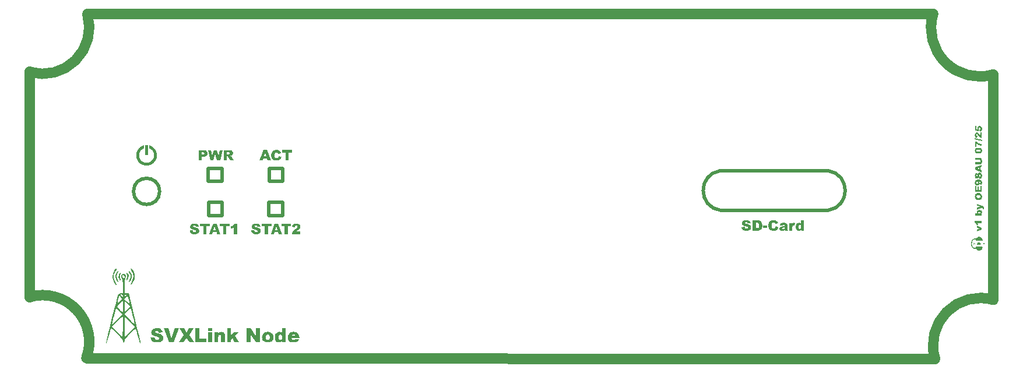
<source format=gbr>
%TF.GenerationSoftware,KiCad,Pcbnew,8.0.1*%
%TF.CreationDate,2025-07-26T13:45:31+02:00*%
%TF.ProjectId,SVX_Node_Case_front,5356585f-4e6f-4646-955f-436173655f66,rev?*%
%TF.SameCoordinates,Original*%
%TF.FileFunction,Legend,Top*%
%TF.FilePolarity,Positive*%
%FSLAX46Y46*%
G04 Gerber Fmt 4.6, Leading zero omitted, Abs format (unit mm)*
G04 Created by KiCad (PCBNEW 8.0.1) date 2025-07-26 13:45:31*
%MOMM*%
%LPD*%
G01*
G04 APERTURE LIST*
%ADD10C,0.500000*%
%ADD11C,1.500000*%
%ADD12C,0.200000*%
%ADD13C,0.000000*%
G04 APERTURE END LIST*
D10*
X193007340Y-88750001D02*
G75*
G02*
X192995483Y-94499980I-437640J-2874099D01*
G01*
D11*
X85403806Y-66000000D02*
G75*
G02*
X77000000Y-74403806I-6500006J-1903800D01*
G01*
X208526122Y-116088273D02*
G75*
G02*
X217000000Y-107500002I6570078J1992073D01*
G01*
D10*
X111800000Y-88400000D02*
X113800000Y-88400000D01*
X113800000Y-90300000D01*
X111800000Y-90300000D01*
X111800000Y-88400000D01*
D11*
X217000000Y-74773070D02*
G75*
G02*
X208222540Y-66014928I-2000000J6773070D01*
G01*
D10*
X177404513Y-94500000D02*
X192995486Y-94500000D01*
X103000000Y-93350000D02*
X105000000Y-93350000D01*
X105000000Y-95250000D01*
X103000000Y-95250000D01*
X103000000Y-93350000D01*
D11*
X217000000Y-74773070D02*
X217000000Y-107500001D01*
X208222540Y-66014928D02*
X85403806Y-66000000D01*
D10*
X95900000Y-91750000D02*
G75*
G02*
X92100000Y-91750000I-1900000J0D01*
G01*
X92100000Y-91750000D02*
G75*
G02*
X95900000Y-91750000I1900000J0D01*
G01*
D11*
X77000000Y-107096195D02*
G75*
G02*
X85256389Y-115945484I1903800J-6500005D01*
G01*
D10*
X111750000Y-93350000D02*
X113750000Y-93350000D01*
X113750000Y-95250000D01*
X111750000Y-95250000D01*
X111750000Y-93350000D01*
X102950000Y-88400000D02*
X104950000Y-88400000D01*
X104950000Y-90300000D01*
X102950000Y-90300000D01*
X102950000Y-88400000D01*
D11*
X208500000Y-116096194D02*
X85403806Y-116000000D01*
D10*
X177318054Y-88750000D02*
X192999999Y-88750000D01*
D11*
X77000000Y-74403806D02*
X77000000Y-107096194D01*
D10*
X177351886Y-94500000D02*
G75*
G02*
X177318053Y-88749994I397264J2877440D01*
G01*
D12*
G36*
X94597697Y-112979539D02*
G01*
X95189741Y-112940949D01*
X95209662Y-113043095D01*
X95247142Y-113137089D01*
X95267899Y-113169071D01*
X95343813Y-113241103D01*
X95439237Y-113283234D01*
X95542916Y-113295589D01*
X95641111Y-113285431D01*
X95734076Y-113245039D01*
X95748080Y-113234040D01*
X95808445Y-113153890D01*
X95820376Y-113090914D01*
X95790714Y-112996767D01*
X95751500Y-112953161D01*
X95665944Y-112904678D01*
X95571577Y-112872435D01*
X95463560Y-112844683D01*
X95433007Y-112837878D01*
X95334333Y-112814339D01*
X95221294Y-112782254D01*
X95119705Y-112747211D01*
X95029564Y-112709210D01*
X94936507Y-112659705D01*
X94848778Y-112596566D01*
X94780257Y-112526555D01*
X94722554Y-112436811D01*
X94686834Y-112336687D01*
X94673095Y-112226182D01*
X94672923Y-112211639D01*
X94683544Y-112107872D01*
X94715406Y-112008145D01*
X94762805Y-111920990D01*
X94827854Y-111841230D01*
X94910648Y-111772918D01*
X95000336Y-111721226D01*
X95033426Y-111706057D01*
X95132161Y-111671863D01*
X95232279Y-111649957D01*
X95345206Y-111635532D01*
X95452196Y-111629120D01*
X95528750Y-111627899D01*
X95645002Y-111631358D01*
X95752261Y-111641733D01*
X95850528Y-111659026D01*
X95956579Y-111688907D01*
X96049682Y-111728749D01*
X96117376Y-111769560D01*
X96198212Y-111839531D01*
X96263341Y-111925490D01*
X96312762Y-112027437D01*
X96342621Y-112127546D01*
X96358688Y-112219944D01*
X95772016Y-112253161D01*
X95744500Y-112158563D01*
X95687393Y-112074452D01*
X95673831Y-112062651D01*
X95584804Y-112017955D01*
X95483464Y-112003289D01*
X95467201Y-112003056D01*
X95367007Y-112015877D01*
X95303558Y-112048485D01*
X95251466Y-112131394D01*
X95248848Y-112158883D01*
X95294277Y-112244368D01*
X95389020Y-112288880D01*
X95492690Y-112315040D01*
X95502861Y-112317152D01*
X95601214Y-112338814D01*
X95713981Y-112366019D01*
X95815442Y-112393368D01*
X95922271Y-112426375D01*
X96026329Y-112465143D01*
X96087090Y-112493007D01*
X96178907Y-112546416D01*
X96262980Y-112613736D01*
X96328162Y-112689451D01*
X96344033Y-112713803D01*
X96389922Y-112808172D01*
X96416762Y-112909930D01*
X96424633Y-113008848D01*
X96416132Y-113114241D01*
X96390630Y-113214997D01*
X96348126Y-113311116D01*
X96317166Y-113362512D01*
X96250229Y-113447279D01*
X96169768Y-113519682D01*
X96086893Y-113573660D01*
X96017725Y-113607732D01*
X95915448Y-113644276D01*
X95815637Y-113667688D01*
X95706197Y-113683105D01*
X95604725Y-113689957D01*
X95533147Y-113691263D01*
X95409613Y-113688126D01*
X95295956Y-113678715D01*
X95192176Y-113663030D01*
X95076340Y-113634601D01*
X94975935Y-113596369D01*
X94875821Y-113537550D01*
X94821423Y-113490495D01*
X94753279Y-113411211D01*
X94697226Y-113324303D01*
X94653262Y-113229770D01*
X94621388Y-113127611D01*
X94601605Y-113017828D01*
X94597697Y-112979539D01*
G37*
G36*
X96527215Y-111659162D02*
G01*
X97178367Y-111659162D01*
X97631681Y-113099218D01*
X98078157Y-111659162D01*
X98710258Y-111659162D01*
X97962875Y-113660000D01*
X97288276Y-113660000D01*
X96527215Y-111659162D01*
G37*
G36*
X98764480Y-111659162D02*
G01*
X99449825Y-111659162D01*
X99807397Y-112274654D01*
X100153244Y-111659162D01*
X100832240Y-111659162D01*
X100205512Y-112628318D01*
X100891346Y-113660000D01*
X100191835Y-113660000D01*
X99794696Y-113017152D01*
X99396580Y-113660000D01*
X98700976Y-113660000D01*
X99396580Y-112617083D01*
X98764480Y-111659162D01*
G37*
G36*
X101079902Y-111659162D02*
G01*
X101702233Y-111659162D01*
X101702233Y-113159790D01*
X102673342Y-113159790D01*
X102673342Y-113660000D01*
X101079902Y-113660000D01*
X101079902Y-111659162D01*
G37*
G36*
X102929309Y-111659162D02*
G01*
X103488625Y-111659162D01*
X103488625Y-112034319D01*
X102929309Y-112034319D01*
X102929309Y-111659162D01*
G37*
G36*
X102929309Y-112190635D02*
G01*
X103488625Y-112190635D01*
X103488625Y-113660000D01*
X102929309Y-113660000D01*
X102929309Y-112190635D01*
G37*
G36*
X103840823Y-112190635D02*
G01*
X104361549Y-112190635D01*
X104361549Y-112429016D01*
X104427413Y-112353977D01*
X104501048Y-112286009D01*
X104582598Y-112229977D01*
X104597487Y-112221898D01*
X104694597Y-112183796D01*
X104796528Y-112164317D01*
X104889113Y-112159371D01*
X104998809Y-112168073D01*
X105095865Y-112194176D01*
X105189945Y-112244344D01*
X105252058Y-112298590D01*
X105315578Y-112388604D01*
X105354588Y-112488728D01*
X105375248Y-112591864D01*
X105382947Y-112691802D01*
X105383461Y-112727480D01*
X105383461Y-113660000D01*
X104821702Y-113660000D01*
X104821702Y-112850579D01*
X104813318Y-112751324D01*
X104774025Y-112658348D01*
X104770900Y-112654696D01*
X104686550Y-112603866D01*
X104628262Y-112597055D01*
X104531060Y-112618975D01*
X104463154Y-112674724D01*
X104420077Y-112766246D01*
X104403154Y-112871215D01*
X104400139Y-112953161D01*
X104400139Y-113660000D01*
X103840823Y-113660000D01*
X103840823Y-112190635D01*
G37*
G36*
X105706838Y-111659162D02*
G01*
X106278367Y-111659162D01*
X106278367Y-112644926D01*
X106696022Y-112190635D01*
X107384298Y-112190635D01*
X106860642Y-112705498D01*
X107414584Y-113660000D01*
X106783949Y-113660000D01*
X106488415Y-113072351D01*
X106278367Y-113278004D01*
X106278367Y-113660000D01*
X105706838Y-113660000D01*
X105706838Y-111659162D01*
G37*
G36*
X108547871Y-111659162D02*
G01*
X109129169Y-111659162D01*
X109887787Y-112786587D01*
X109887787Y-111659162D01*
X110473970Y-111659162D01*
X110473970Y-113660000D01*
X109887787Y-113660000D01*
X109133077Y-112538436D01*
X109133077Y-113660000D01*
X108547871Y-113660000D01*
X108547871Y-111659162D01*
G37*
G36*
X111709541Y-112163363D02*
G01*
X111809032Y-112175339D01*
X111923972Y-112201535D01*
X112028440Y-112240206D01*
X112122438Y-112291352D01*
X112205965Y-112354972D01*
X112265247Y-112414849D01*
X112326504Y-112495318D01*
X112375088Y-112582484D01*
X112410997Y-112676348D01*
X112434233Y-112776909D01*
X112444794Y-112884168D01*
X112445498Y-112921409D01*
X112440048Y-113024063D01*
X112423698Y-113120753D01*
X112389689Y-113228911D01*
X112339984Y-113328482D01*
X112274582Y-113419466D01*
X112222260Y-113475352D01*
X112132518Y-113548728D01*
X112030721Y-113606922D01*
X111936680Y-113643821D01*
X111834267Y-113670178D01*
X111723483Y-113685991D01*
X111604326Y-113691263D01*
X111497708Y-113686886D01*
X111397674Y-113673755D01*
X111286322Y-113646444D01*
X111184450Y-113606527D01*
X111092057Y-113554006D01*
X111035729Y-113511988D01*
X110958892Y-113439157D01*
X110895079Y-113359575D01*
X110844289Y-113273243D01*
X110806522Y-113180162D01*
X110781778Y-113080330D01*
X110770057Y-112973748D01*
X110769016Y-112929225D01*
X110769253Y-112924829D01*
X111329797Y-112924829D01*
X111336018Y-113028980D01*
X111357523Y-113125399D01*
X111403605Y-113214277D01*
X111408443Y-113220362D01*
X111485447Y-113285812D01*
X111585174Y-113315264D01*
X111607257Y-113316106D01*
X111704603Y-113298060D01*
X111790641Y-113238676D01*
X111805582Y-113221828D01*
X111852912Y-113135045D01*
X111875667Y-113038169D01*
X111883176Y-112931892D01*
X111883251Y-112918967D01*
X111877030Y-112817490D01*
X111852530Y-112714871D01*
X111804605Y-112629783D01*
X111729111Y-112564668D01*
X111632454Y-112535366D01*
X111611165Y-112534528D01*
X111512443Y-112553041D01*
X111429990Y-112608580D01*
X111409420Y-112631249D01*
X111360900Y-112717642D01*
X111336095Y-112821819D01*
X111329797Y-112924829D01*
X110769253Y-112924829D01*
X110774513Y-112827380D01*
X110795625Y-112712754D01*
X110832571Y-112606405D01*
X110885350Y-112508334D01*
X110953963Y-112418540D01*
X110994207Y-112376748D01*
X111084385Y-112302874D01*
X111185656Y-112244284D01*
X111278523Y-112207135D01*
X111379094Y-112180600D01*
X111487370Y-112164678D01*
X111603349Y-112159371D01*
X111709541Y-112163363D01*
G37*
G36*
X114239706Y-113660000D02*
G01*
X113716538Y-113660000D01*
X113716538Y-113463140D01*
X113643227Y-113540088D01*
X113562390Y-113606022D01*
X113515771Y-113633133D01*
X113421363Y-113668556D01*
X113319125Y-113687629D01*
X113246615Y-113691263D01*
X113139820Y-113683260D01*
X113042916Y-113659252D01*
X112942365Y-113611013D01*
X112855277Y-113540988D01*
X112791346Y-113463628D01*
X112737891Y-113374814D01*
X112695496Y-113279095D01*
X112664161Y-113176473D01*
X112643885Y-113066947D01*
X112634668Y-112950518D01*
X112634351Y-112929713D01*
X113192882Y-112929713D01*
X113198253Y-113033908D01*
X113216819Y-113129831D01*
X113260781Y-113223293D01*
X113337107Y-113292903D01*
X113429309Y-113316106D01*
X113527372Y-113292658D01*
X113603114Y-113228087D01*
X113607606Y-113222316D01*
X113654098Y-113126522D01*
X113673733Y-113026173D01*
X113679413Y-112916036D01*
X113673656Y-112815542D01*
X113650982Y-112713810D01*
X113606629Y-112629295D01*
X113529914Y-112561274D01*
X113429393Y-112534621D01*
X113422470Y-112534528D01*
X113327628Y-112560171D01*
X113258827Y-112625387D01*
X113216130Y-112719445D01*
X113198098Y-112819336D01*
X113192882Y-112929713D01*
X112634351Y-112929713D01*
X112634054Y-112910174D01*
X112638288Y-112800482D01*
X112650989Y-112699161D01*
X112677407Y-112588628D01*
X112716018Y-112490151D01*
X112766823Y-112403729D01*
X112807466Y-112352812D01*
X112888036Y-112277438D01*
X112977581Y-112220577D01*
X113076103Y-112182229D01*
X113183600Y-112162394D01*
X113249057Y-112159371D01*
X113351314Y-112165902D01*
X113452239Y-112187540D01*
X113485973Y-112198939D01*
X113574570Y-112240800D01*
X113654004Y-112297995D01*
X113675017Y-112317152D01*
X113675017Y-111659162D01*
X114239706Y-111659162D01*
X114239706Y-113660000D01*
G37*
G36*
X115436928Y-112162617D02*
G01*
X115540437Y-112172354D01*
X115649477Y-112191919D01*
X115745895Y-112220320D01*
X115818492Y-112251695D01*
X115903916Y-112302803D01*
X115987026Y-112372707D01*
X116056381Y-112455749D01*
X116094975Y-112518408D01*
X116136435Y-112612411D01*
X116166050Y-112719542D01*
X116182245Y-112824051D01*
X116188908Y-112921630D01*
X116189741Y-112973189D01*
X116189741Y-113034738D01*
X115068667Y-113034738D01*
X115090051Y-113134528D01*
X115137890Y-113221763D01*
X115141451Y-113225736D01*
X115221847Y-113287512D01*
X115321130Y-113314694D01*
X115352965Y-113316106D01*
X115452723Y-113301031D01*
X115509281Y-113277515D01*
X115587618Y-113212995D01*
X115606978Y-113191053D01*
X116157990Y-113253579D01*
X116100137Y-113349636D01*
X116037282Y-113433071D01*
X115969425Y-113503883D01*
X115885749Y-113569356D01*
X115852686Y-113589658D01*
X115753829Y-113634110D01*
X115651400Y-113662587D01*
X115551772Y-113679257D01*
X115441222Y-113688782D01*
X115340753Y-113691263D01*
X115236454Y-113688377D01*
X115125711Y-113677719D01*
X115026748Y-113659206D01*
X114928074Y-113628431D01*
X114884508Y-113609197D01*
X114795567Y-113555384D01*
X114715591Y-113486270D01*
X114652026Y-113411990D01*
X114609002Y-113348346D01*
X114561344Y-113255045D01*
X114527302Y-113153928D01*
X114506878Y-113044996D01*
X114500176Y-112943269D01*
X114500069Y-112928248D01*
X114505412Y-112823989D01*
X114516981Y-112753370D01*
X115070132Y-112753370D01*
X115621144Y-112753370D01*
X115593659Y-112658058D01*
X115533705Y-112585331D01*
X115440196Y-112544252D01*
X115347592Y-112534528D01*
X115248108Y-112547186D01*
X115155358Y-112593246D01*
X115134612Y-112611221D01*
X115082306Y-112698978D01*
X115070132Y-112753370D01*
X114516981Y-112753370D01*
X114521441Y-112726147D01*
X114554780Y-112617205D01*
X114603506Y-112517502D01*
X114667620Y-112427039D01*
X114718911Y-112371863D01*
X114807016Y-112299649D01*
X114906833Y-112242376D01*
X114998961Y-112206061D01*
X115099222Y-112180123D01*
X115207616Y-112164559D01*
X115324145Y-112159371D01*
X115436928Y-112162617D01*
G37*
G36*
X180432299Y-96934654D02*
G01*
X180876333Y-96905711D01*
X180891274Y-96982321D01*
X180919384Y-97052817D01*
X180934951Y-97076803D01*
X180991887Y-97130827D01*
X181063455Y-97162425D01*
X181141214Y-97171692D01*
X181214860Y-97164073D01*
X181284584Y-97133779D01*
X181295087Y-97125530D01*
X181340360Y-97065417D01*
X181349309Y-97018185D01*
X181327062Y-96947575D01*
X181297652Y-96914870D01*
X181233485Y-96878508D01*
X181162709Y-96854326D01*
X181081697Y-96833512D01*
X181058782Y-96828408D01*
X180984777Y-96810754D01*
X180899998Y-96786690D01*
X180823805Y-96760408D01*
X180756200Y-96731907D01*
X180686407Y-96694778D01*
X180620611Y-96647424D01*
X180569219Y-96594916D01*
X180525943Y-96527608D01*
X180499152Y-96452515D01*
X180488848Y-96369637D01*
X180488719Y-96358729D01*
X180496685Y-96280904D01*
X180520582Y-96206109D01*
X180556130Y-96140743D01*
X180604917Y-96080922D01*
X180667013Y-96029689D01*
X180734279Y-95990920D01*
X180759096Y-95979542D01*
X180833148Y-95953897D01*
X180908236Y-95937468D01*
X180992931Y-95926649D01*
X181073174Y-95921840D01*
X181130590Y-95920924D01*
X181217778Y-95923518D01*
X181298223Y-95931300D01*
X181371923Y-95944269D01*
X181451461Y-95966680D01*
X181521288Y-95996562D01*
X181572059Y-96027170D01*
X181632686Y-96079648D01*
X181681533Y-96144117D01*
X181718599Y-96220578D01*
X181740993Y-96295660D01*
X181753043Y-96364958D01*
X181313039Y-96389870D01*
X181292402Y-96318922D01*
X181249572Y-96255839D01*
X181239400Y-96246988D01*
X181172630Y-96213466D01*
X181096625Y-96202466D01*
X181084428Y-96202292D01*
X181009282Y-96211908D01*
X180961696Y-96236364D01*
X180922626Y-96298546D01*
X180920663Y-96319162D01*
X180954735Y-96383276D01*
X181025792Y-96416660D01*
X181103544Y-96436280D01*
X181111172Y-96437864D01*
X181184938Y-96454110D01*
X181269513Y-96474514D01*
X181345608Y-96495026D01*
X181425730Y-96519781D01*
X181503774Y-96548857D01*
X181549344Y-96569755D01*
X181618207Y-96609812D01*
X181681262Y-96660302D01*
X181730148Y-96717088D01*
X181742052Y-96735352D01*
X181776468Y-96806129D01*
X181796598Y-96882447D01*
X181802502Y-96956636D01*
X181796126Y-97035680D01*
X181776999Y-97111247D01*
X181745121Y-97183337D01*
X181721902Y-97221884D01*
X181671699Y-97285459D01*
X181611353Y-97339761D01*
X181549197Y-97380245D01*
X181497320Y-97405799D01*
X181420613Y-97433207D01*
X181345755Y-97450766D01*
X181263674Y-97462329D01*
X181187571Y-97467468D01*
X181133887Y-97468447D01*
X181041237Y-97466094D01*
X180955994Y-97459036D01*
X180878159Y-97447272D01*
X180791282Y-97425950D01*
X180715978Y-97397276D01*
X180640892Y-97353162D01*
X180600094Y-97317871D01*
X180548986Y-97258408D01*
X180506946Y-97193227D01*
X180473973Y-97122327D01*
X180450068Y-97045708D01*
X180435230Y-96963371D01*
X180432299Y-96934654D01*
G37*
G36*
X182802713Y-95946316D02*
G01*
X182882129Y-95953502D01*
X182963703Y-95968196D01*
X183035476Y-95989806D01*
X183059864Y-95999692D01*
X183127484Y-96034607D01*
X183188149Y-96077114D01*
X183241858Y-96127214D01*
X183268692Y-96158328D01*
X183311466Y-96219138D01*
X183347053Y-96285338D01*
X183375454Y-96356928D01*
X183388126Y-96399030D01*
X183406013Y-96477407D01*
X183418047Y-96558394D01*
X183423828Y-96632571D01*
X183425129Y-96689556D01*
X183423184Y-96776020D01*
X183417350Y-96854884D01*
X183405626Y-96937288D01*
X183388609Y-97009348D01*
X183369808Y-97062882D01*
X183335505Y-97133915D01*
X183294421Y-97198225D01*
X183246556Y-97255811D01*
X183217034Y-97284898D01*
X183154466Y-97334937D01*
X183089036Y-97373312D01*
X183020743Y-97400024D01*
X183006741Y-97403967D01*
X182931797Y-97421919D01*
X182851809Y-97435984D01*
X182776400Y-97443557D01*
X182728671Y-97445000D01*
X182035143Y-97445000D01*
X182035143Y-96296081D01*
X182501891Y-96296081D01*
X182501891Y-97093290D01*
X182616197Y-97093290D01*
X182691757Y-97090827D01*
X182766005Y-97081125D01*
X182824292Y-97062149D01*
X182882426Y-97015541D01*
X182921012Y-96952606D01*
X182942444Y-96880203D01*
X182952748Y-96799088D01*
X182956045Y-96720594D01*
X182956183Y-96699082D01*
X182953426Y-96617268D01*
X182943243Y-96534842D01*
X182922418Y-96457814D01*
X182887275Y-96393053D01*
X182877781Y-96381810D01*
X182818919Y-96336602D01*
X182748691Y-96310230D01*
X182672545Y-96298174D01*
X182618395Y-96296081D01*
X182501891Y-96296081D01*
X182035143Y-96296081D01*
X182035143Y-95944371D01*
X182728671Y-95944371D01*
X182802713Y-95946316D01*
G37*
G36*
X183553357Y-96718133D02*
G01*
X184163353Y-96718133D01*
X184163353Y-97046395D01*
X183553357Y-97046395D01*
X183553357Y-96718133D01*
G37*
G36*
X185366127Y-96835369D02*
G01*
X185774990Y-96953705D01*
X185754759Y-97025555D01*
X185726056Y-97101100D01*
X185691401Y-97169639D01*
X185650791Y-97231171D01*
X185645297Y-97238370D01*
X185592035Y-97298056D01*
X185531991Y-97348932D01*
X185465167Y-97390998D01*
X185425112Y-97410561D01*
X185355044Y-97435886D01*
X185276001Y-97453975D01*
X185199476Y-97463868D01*
X185116078Y-97468221D01*
X185090987Y-97468447D01*
X185016251Y-97466721D01*
X184932377Y-97460092D01*
X184854839Y-97448491D01*
X184772388Y-97428673D01*
X184698562Y-97402089D01*
X184688719Y-97397739D01*
X184622472Y-97361507D01*
X184560292Y-97315002D01*
X184502179Y-97258223D01*
X184455604Y-97201380D01*
X184419075Y-97148244D01*
X184380603Y-97077696D01*
X184350090Y-97000142D01*
X184327537Y-96915580D01*
X184314824Y-96839760D01*
X184307638Y-96759074D01*
X184305869Y-96691022D01*
X184308983Y-96600925D01*
X184318325Y-96516197D01*
X184333896Y-96436839D01*
X184355694Y-96362851D01*
X184383721Y-96294232D01*
X184427513Y-96216009D01*
X184481037Y-96146177D01*
X184505171Y-96120593D01*
X184571496Y-96063071D01*
X184645906Y-96015299D01*
X184728403Y-95977276D01*
X184800222Y-95953877D01*
X184877215Y-95936718D01*
X184959384Y-95925799D01*
X185046727Y-95921119D01*
X185069372Y-95920924D01*
X185155571Y-95923751D01*
X185235796Y-95932230D01*
X185310045Y-95946362D01*
X185391258Y-95970783D01*
X185463867Y-96003343D01*
X185517802Y-96036695D01*
X185576127Y-96084476D01*
X185628553Y-96140989D01*
X185675079Y-96206235D01*
X185715707Y-96280213D01*
X185745057Y-96348532D01*
X185760701Y-96392435D01*
X185348542Y-96483660D01*
X185322098Y-96415220D01*
X185303112Y-96383276D01*
X185250362Y-96328846D01*
X185207125Y-96301577D01*
X185135347Y-96277411D01*
X185080729Y-96272634D01*
X185006037Y-96280442D01*
X184933065Y-96307892D01*
X184871801Y-96355107D01*
X184837463Y-96397564D01*
X184803847Y-96465835D01*
X184784237Y-96544960D01*
X184775957Y-96618082D01*
X184773716Y-96688824D01*
X184776395Y-96775450D01*
X184784432Y-96851232D01*
X184800581Y-96925937D01*
X184832059Y-97000296D01*
X184849920Y-97025512D01*
X184909626Y-97077450D01*
X184983965Y-97107828D01*
X185064243Y-97116737D01*
X185141644Y-97109725D01*
X185211992Y-97085812D01*
X185266842Y-97044930D01*
X185312918Y-96981629D01*
X185343208Y-96914868D01*
X185364167Y-96843892D01*
X185366127Y-96835369D01*
G37*
G36*
X186591102Y-96320545D02*
G01*
X186672658Y-96324197D01*
X186753297Y-96331481D01*
X186815098Y-96340778D01*
X186889389Y-96360841D01*
X186960066Y-96395171D01*
X187005973Y-96429438D01*
X187053784Y-96485766D01*
X187088292Y-96556375D01*
X187090237Y-96561695D01*
X187111525Y-96634915D01*
X187121105Y-96710097D01*
X187121378Y-96724727D01*
X187121378Y-97210893D01*
X187124392Y-97287606D01*
X187130904Y-97332526D01*
X187155414Y-97404578D01*
X187173768Y-97445000D01*
X186780293Y-97445000D01*
X186749152Y-97379787D01*
X186734864Y-97309078D01*
X186678322Y-97358411D01*
X186616936Y-97400082D01*
X186571099Y-97423018D01*
X186497984Y-97446974D01*
X186417856Y-97462058D01*
X186339745Y-97468048D01*
X186312446Y-97468447D01*
X186231217Y-97464274D01*
X186149460Y-97449288D01*
X186079519Y-97423402D01*
X186014958Y-97381252D01*
X185961442Y-97322748D01*
X185927746Y-97256230D01*
X185913872Y-97181698D01*
X185913475Y-97165830D01*
X185917207Y-97132491D01*
X186334061Y-97132491D01*
X186362345Y-97200264D01*
X186368500Y-97205764D01*
X186438498Y-97232211D01*
X186469983Y-97233974D01*
X186545575Y-97224236D01*
X186600042Y-97203199D01*
X186661866Y-97159579D01*
X186685771Y-97128461D01*
X186708582Y-97054866D01*
X186711050Y-97013056D01*
X186711050Y-96952606D01*
X186639591Y-96974201D01*
X186565712Y-96993740D01*
X186530799Y-97002065D01*
X186454020Y-97023093D01*
X186385182Y-97051348D01*
X186369232Y-97062515D01*
X186334199Y-97127624D01*
X186334061Y-97132491D01*
X185917207Y-97132491D01*
X185922133Y-97088488D01*
X185951328Y-97015570D01*
X185986748Y-96968726D01*
X186051547Y-96920256D01*
X186126396Y-96887553D01*
X186198196Y-96866446D01*
X186256759Y-96853688D01*
X186339401Y-96837480D01*
X186421068Y-96821014D01*
X186494954Y-96805414D01*
X186562673Y-96789574D01*
X186634755Y-96768416D01*
X186706158Y-96743424D01*
X186711050Y-96741580D01*
X186700965Y-96668628D01*
X186679177Y-96632404D01*
X186608186Y-96603388D01*
X186566703Y-96600896D01*
X186491522Y-96606822D01*
X186418755Y-96632452D01*
X186412097Y-96636800D01*
X186366153Y-96694487D01*
X186347251Y-96741580D01*
X185946448Y-96694685D01*
X185964402Y-96620225D01*
X185991648Y-96547407D01*
X186011661Y-96510771D01*
X186060138Y-96451598D01*
X186120345Y-96403633D01*
X186135126Y-96394267D01*
X186203544Y-96362485D01*
X186275185Y-96342731D01*
X186293761Y-96338946D01*
X186371866Y-96327113D01*
X186447444Y-96321064D01*
X186512114Y-96319528D01*
X186591102Y-96320545D01*
G37*
G36*
X187368674Y-96342976D02*
G01*
X187761417Y-96342976D01*
X187761417Y-96524692D01*
X187797230Y-96458575D01*
X187841056Y-96398125D01*
X187878287Y-96363492D01*
X187945515Y-96330519D01*
X188021517Y-96319571D01*
X188027031Y-96319528D01*
X188105244Y-96328900D01*
X188175958Y-96351471D01*
X188229996Y-96376315D01*
X188100304Y-96678932D01*
X188030358Y-96654633D01*
X187983067Y-96647791D01*
X187909886Y-96664918D01*
X187855206Y-96716301D01*
X187823859Y-96783596D01*
X187804608Y-96865747D01*
X187795489Y-96941155D01*
X187790929Y-97028387D01*
X187790359Y-97076437D01*
X187790359Y-97445000D01*
X187368674Y-97445000D01*
X187368674Y-96342976D01*
G37*
G36*
X189499815Y-97445000D02*
G01*
X189107439Y-97445000D01*
X189107439Y-97297355D01*
X189052455Y-97355066D01*
X188991828Y-97404516D01*
X188956863Y-97424849D01*
X188886058Y-97451417D01*
X188809379Y-97465722D01*
X188754996Y-97468447D01*
X188674900Y-97462445D01*
X188602223Y-97444439D01*
X188526809Y-97408259D01*
X188461493Y-97355741D01*
X188413545Y-97297721D01*
X188373454Y-97231110D01*
X188341657Y-97159321D01*
X188318156Y-97082355D01*
X188302949Y-97000210D01*
X188296037Y-96912888D01*
X188295799Y-96897285D01*
X188714696Y-96897285D01*
X188718725Y-96975431D01*
X188732649Y-97047373D01*
X188765621Y-97117470D01*
X188822865Y-97169677D01*
X188892017Y-97187079D01*
X188965564Y-97169494D01*
X189022370Y-97121065D01*
X189025740Y-97116737D01*
X189060609Y-97044891D01*
X189075335Y-96969629D01*
X189079595Y-96887027D01*
X189075277Y-96811656D01*
X189058272Y-96735358D01*
X189025007Y-96671971D01*
X188967471Y-96620955D01*
X188892080Y-96600966D01*
X188886888Y-96600896D01*
X188815756Y-96620128D01*
X188764156Y-96669040D01*
X188732133Y-96739583D01*
X188718609Y-96814502D01*
X188714696Y-96897285D01*
X188295799Y-96897285D01*
X188295576Y-96882630D01*
X188298751Y-96800361D01*
X188308277Y-96724371D01*
X188328091Y-96641471D01*
X188357049Y-96567613D01*
X188395152Y-96502796D01*
X188425635Y-96464609D01*
X188486062Y-96408078D01*
X188553221Y-96365433D01*
X188627112Y-96336672D01*
X188707736Y-96321795D01*
X188756828Y-96319528D01*
X188833520Y-96324426D01*
X188909215Y-96340655D01*
X188934515Y-96349204D01*
X189000963Y-96380600D01*
X189060539Y-96423496D01*
X189076298Y-96437864D01*
X189076298Y-95944371D01*
X189499815Y-95944371D01*
X189499815Y-97445000D01*
G37*
G36*
X214595317Y-97598534D02*
G01*
X214595317Y-97307397D01*
X215060844Y-97165736D01*
X214595317Y-97019434D01*
X214595317Y-96737090D01*
X215330000Y-97047034D01*
X215330000Y-97294940D01*
X214595317Y-97598534D01*
G37*
G36*
X214313949Y-96053454D02*
G01*
X215330000Y-96053454D01*
X215330000Y-96336531D01*
X214664682Y-96336531D01*
X214695980Y-96378997D01*
X214723319Y-96420604D01*
X214748819Y-96465380D01*
X214750900Y-96469399D01*
X214773251Y-96517400D01*
X214793019Y-96567699D01*
X214810362Y-96618392D01*
X214814159Y-96630355D01*
X214579685Y-96630355D01*
X214562097Y-96579024D01*
X214543221Y-96532193D01*
X214519570Y-96483242D01*
X214494167Y-96440417D01*
X214470997Y-96408583D01*
X214437277Y-96371275D01*
X214399862Y-96338241D01*
X214358753Y-96309481D01*
X214313949Y-96284996D01*
X214313949Y-96053454D01*
G37*
G36*
X215003511Y-94458255D02*
G01*
X215058603Y-94465097D01*
X215110153Y-94476917D01*
X215158162Y-94493712D01*
X215163914Y-94496161D01*
X215211645Y-94520990D01*
X215252074Y-94550687D01*
X215288429Y-94589393D01*
X215300446Y-94606559D01*
X215324274Y-94652026D01*
X215339277Y-94700497D01*
X215345455Y-94751974D01*
X215345631Y-94762630D01*
X215342197Y-94811701D01*
X215330616Y-94861876D01*
X215316566Y-94897208D01*
X215289117Y-94939143D01*
X215253534Y-94977542D01*
X215231570Y-94997592D01*
X215330000Y-94997592D01*
X215330000Y-95259176D01*
X214329581Y-95259176D01*
X214329581Y-94976831D01*
X214658576Y-94976831D01*
X214627788Y-94938089D01*
X214604667Y-94894953D01*
X214599469Y-94881821D01*
X214590600Y-94849825D01*
X214767264Y-94849825D01*
X214777675Y-94898790D01*
X214808909Y-94938525D01*
X214814647Y-94943126D01*
X214861050Y-94966372D01*
X214912970Y-94976786D01*
X214958018Y-94979030D01*
X215007141Y-94976816D01*
X215058327Y-94967824D01*
X215104764Y-94947903D01*
X215110914Y-94943614D01*
X215144749Y-94906280D01*
X215158007Y-94857348D01*
X215158053Y-94853977D01*
X215144955Y-94805328D01*
X215111646Y-94769958D01*
X215063303Y-94747818D01*
X215011907Y-94738468D01*
X214961894Y-94735797D01*
X214955087Y-94735764D01*
X214904621Y-94738410D01*
X214854012Y-94748834D01*
X214812693Y-94769225D01*
X214778621Y-94805983D01*
X214767264Y-94849825D01*
X214590600Y-94849825D01*
X214585945Y-94833034D01*
X214580168Y-94783798D01*
X214579685Y-94763852D01*
X214584290Y-94707812D01*
X214598105Y-94656167D01*
X214621129Y-94608917D01*
X214653363Y-94566061D01*
X214675917Y-94543545D01*
X214714958Y-94513912D01*
X214759906Y-94490410D01*
X214810762Y-94473039D01*
X214867526Y-94461799D01*
X214919341Y-94457116D01*
X214952400Y-94456350D01*
X215003511Y-94458255D01*
G37*
G36*
X214595317Y-94408722D02*
G01*
X214595317Y-94113433D01*
X215084535Y-93962979D01*
X214595317Y-93823517D01*
X214595317Y-93548011D01*
X215380314Y-93837194D01*
X215427366Y-93855847D01*
X215474554Y-93877761D01*
X215518323Y-93903006D01*
X215557793Y-93934862D01*
X215560809Y-93938066D01*
X215589767Y-93979328D01*
X215610451Y-94030085D01*
X215621763Y-94082286D01*
X215626417Y-94132816D01*
X215626999Y-94160083D01*
X215625094Y-94209380D01*
X215620702Y-94261349D01*
X215614657Y-94316334D01*
X215610879Y-94346929D01*
X215419148Y-94368911D01*
X215432274Y-94317597D01*
X215438450Y-94266151D01*
X215439420Y-94234333D01*
X215432156Y-94184582D01*
X215416461Y-94154221D01*
X215376368Y-94121239D01*
X215334152Y-94102442D01*
X214595317Y-94408722D01*
G37*
G36*
X214875335Y-91984357D02*
G01*
X214925387Y-91988722D01*
X214981404Y-91997801D01*
X215033007Y-92011071D01*
X215080196Y-92028530D01*
X215109204Y-92042498D01*
X215155772Y-92071000D01*
X215197594Y-92104575D01*
X215234672Y-92143221D01*
X215267004Y-92186941D01*
X215283349Y-92214200D01*
X215307617Y-92265901D01*
X215323674Y-92314438D01*
X215335352Y-92366874D01*
X215342651Y-92423208D01*
X215345388Y-92473131D01*
X215345631Y-92493859D01*
X215344319Y-92545697D01*
X215340384Y-92594661D01*
X215332198Y-92649624D01*
X215320234Y-92700449D01*
X215304491Y-92747135D01*
X215291898Y-92775959D01*
X215265397Y-92822770D01*
X215232913Y-92865538D01*
X215194445Y-92904262D01*
X215149993Y-92938942D01*
X215121905Y-92956943D01*
X215076163Y-92980516D01*
X215026318Y-92999212D01*
X214972368Y-93013031D01*
X214914313Y-93021973D01*
X214862799Y-93025698D01*
X214830523Y-93026308D01*
X214771153Y-93024163D01*
X214715164Y-93017729D01*
X214662556Y-93007005D01*
X214613330Y-92991992D01*
X214567485Y-92972689D01*
X214514933Y-92942528D01*
X214467665Y-92905665D01*
X214450237Y-92889043D01*
X214410974Y-92843442D01*
X214378366Y-92792582D01*
X214357071Y-92748107D01*
X214340036Y-92700266D01*
X214327259Y-92649059D01*
X214318741Y-92594486D01*
X214314482Y-92536547D01*
X214313962Y-92507048D01*
X214548422Y-92507048D01*
X214553600Y-92557024D01*
X214571499Y-92605711D01*
X214602182Y-92647194D01*
X214613879Y-92658234D01*
X214657480Y-92685743D01*
X214707623Y-92702638D01*
X214760288Y-92711586D01*
X214811959Y-92714920D01*
X214830523Y-92715143D01*
X214883706Y-92713150D01*
X214938264Y-92705791D01*
X214990742Y-92690739D01*
X215037190Y-92665340D01*
X215045701Y-92658478D01*
X215080219Y-92619080D01*
X215101953Y-92571715D01*
X215110583Y-92522275D01*
X215111158Y-92504361D01*
X215106096Y-92451489D01*
X215088598Y-92401171D01*
X215058602Y-92359726D01*
X215047166Y-92349023D01*
X215002996Y-92322458D01*
X214950240Y-92306143D01*
X214893660Y-92297503D01*
X214837423Y-92294283D01*
X214817090Y-92294068D01*
X214767344Y-92296086D01*
X214715993Y-92303541D01*
X214666122Y-92318787D01*
X214621256Y-92344515D01*
X214612903Y-92351465D01*
X214578899Y-92391321D01*
X214557490Y-92439144D01*
X214548989Y-92488996D01*
X214548422Y-92507048D01*
X214313962Y-92507048D01*
X214313949Y-92506315D01*
X214316041Y-92445285D01*
X214322315Y-92387857D01*
X214332771Y-92334032D01*
X214347411Y-92283810D01*
X214366232Y-92237190D01*
X214395642Y-92183981D01*
X214431587Y-92136401D01*
X214447794Y-92118946D01*
X214492162Y-92079754D01*
X214541766Y-92047204D01*
X214596605Y-92021298D01*
X214644245Y-92005355D01*
X214695237Y-91993664D01*
X214749579Y-91986224D01*
X214807272Y-91983035D01*
X214822219Y-91982903D01*
X214875335Y-91984357D01*
G37*
G36*
X214329581Y-91822435D02*
G01*
X214329581Y-90988590D01*
X214564054Y-90988590D01*
X214564054Y-91510537D01*
X214704738Y-91510537D01*
X214704738Y-91026203D01*
X214907948Y-91026203D01*
X214907948Y-91510537D01*
X215095526Y-91510537D01*
X215095526Y-90973447D01*
X215330000Y-90973447D01*
X215330000Y-91822435D01*
X214329581Y-91822435D01*
G37*
G36*
X214873796Y-90037052D02*
G01*
X214935681Y-90041536D01*
X214993047Y-90049607D01*
X215045895Y-90061266D01*
X215094225Y-90076512D01*
X215148283Y-90100614D01*
X215195280Y-90130322D01*
X215220090Y-90150837D01*
X215256257Y-90188804D01*
X215286293Y-90231113D01*
X215310200Y-90277762D01*
X215327977Y-90328753D01*
X215339624Y-90384084D01*
X215345141Y-90443757D01*
X215345631Y-90468841D01*
X215344264Y-90518983D01*
X215339352Y-90570335D01*
X215329557Y-90620516D01*
X215317055Y-90658374D01*
X215294123Y-90703320D01*
X215264958Y-90742783D01*
X215233035Y-90773900D01*
X215191825Y-90802958D01*
X215144092Y-90826994D01*
X215095038Y-90844487D01*
X215064263Y-90566294D01*
X215110472Y-90550342D01*
X215137048Y-90529169D01*
X215156740Y-90483511D01*
X215158053Y-90465422D01*
X215146846Y-90415568D01*
X215113228Y-90375550D01*
X215090153Y-90360397D01*
X215042512Y-90343068D01*
X214991259Y-90332531D01*
X214934942Y-90324739D01*
X214878150Y-90319120D01*
X214913082Y-90353890D01*
X214943158Y-90392610D01*
X214960216Y-90422191D01*
X214977914Y-90471532D01*
X214985473Y-90523041D01*
X214986106Y-90544312D01*
X214982808Y-90593568D01*
X214970627Y-90647278D01*
X214949469Y-90696945D01*
X214919336Y-90742567D01*
X214892316Y-90772679D01*
X214848911Y-90808939D01*
X214800761Y-90836292D01*
X214747865Y-90854740D01*
X214698749Y-90863464D01*
X214655157Y-90865736D01*
X214601456Y-90861988D01*
X214550537Y-90850743D01*
X214502400Y-90832003D01*
X214476859Y-90818353D01*
X214434651Y-90788879D01*
X214398703Y-90753764D01*
X214369015Y-90713007D01*
X214355226Y-90687927D01*
X214335273Y-90637736D01*
X214323019Y-90587509D01*
X214315924Y-90532001D01*
X214313949Y-90479099D01*
X214314225Y-90470795D01*
X214501528Y-90470795D01*
X214510626Y-90521781D01*
X214537920Y-90563363D01*
X214580088Y-90589660D01*
X214629656Y-90599427D01*
X214647341Y-90600000D01*
X214697601Y-90594641D01*
X214743910Y-90574846D01*
X214759692Y-90561898D01*
X214788818Y-90519033D01*
X214798489Y-90470196D01*
X214798527Y-90466643D01*
X214790262Y-90415806D01*
X214765468Y-90373664D01*
X214760914Y-90368702D01*
X214718513Y-90340476D01*
X214670219Y-90329993D01*
X214653203Y-90329378D01*
X214604224Y-90335183D01*
X214558022Y-90356628D01*
X214541828Y-90370655D01*
X214512902Y-90413095D01*
X214501685Y-90463477D01*
X214501528Y-90470795D01*
X214314225Y-90470795D01*
X214315761Y-90424508D01*
X214321196Y-90374124D01*
X214332117Y-90320661D01*
X214347971Y-90272925D01*
X214365484Y-90236566D01*
X214394916Y-90193198D01*
X214431919Y-90154439D01*
X214470507Y-90124308D01*
X214514892Y-90097705D01*
X214528639Y-90090753D01*
X214581027Y-90069435D01*
X214631419Y-90055330D01*
X214686877Y-90045072D01*
X214736963Y-90039462D01*
X214790566Y-90036524D01*
X214824417Y-90036043D01*
X214873796Y-90037052D01*
G37*
G36*
X214989769Y-89932728D02*
G01*
X214970474Y-89636706D01*
X215021547Y-89626745D01*
X215068544Y-89608005D01*
X215084535Y-89597627D01*
X215120551Y-89559670D01*
X215141617Y-89511958D01*
X215147794Y-89460118D01*
X215142715Y-89411021D01*
X215122519Y-89364539D01*
X215117020Y-89357536D01*
X215076945Y-89327354D01*
X215045457Y-89321388D01*
X214998383Y-89336220D01*
X214976580Y-89355826D01*
X214952339Y-89398604D01*
X214936217Y-89445788D01*
X214922341Y-89499796D01*
X214918939Y-89515073D01*
X214907169Y-89564410D01*
X214891127Y-89620929D01*
X214873605Y-89671724D01*
X214854605Y-89716794D01*
X214829852Y-89763323D01*
X214798283Y-89807187D01*
X214763277Y-89841448D01*
X214718405Y-89870299D01*
X214668343Y-89888159D01*
X214613091Y-89895029D01*
X214605819Y-89895115D01*
X214553936Y-89889804D01*
X214504072Y-89873873D01*
X214460495Y-89850174D01*
X214420615Y-89817650D01*
X214386459Y-89776252D01*
X214360613Y-89731408D01*
X214353028Y-89714863D01*
X214335931Y-89665496D01*
X214324978Y-89615437D01*
X214317766Y-89558974D01*
X214314560Y-89505479D01*
X214313949Y-89467201D01*
X214315679Y-89409075D01*
X214320866Y-89355446D01*
X214329513Y-89306312D01*
X214344453Y-89253287D01*
X214364374Y-89206735D01*
X214384780Y-89172889D01*
X214419765Y-89132470D01*
X214462745Y-89099906D01*
X214513718Y-89075195D01*
X214563773Y-89060266D01*
X214609972Y-89052233D01*
X214626580Y-89345568D01*
X214579281Y-89359326D01*
X214537226Y-89387880D01*
X214531325Y-89394661D01*
X214508977Y-89439174D01*
X214501644Y-89489844D01*
X214501528Y-89497976D01*
X214507938Y-89548073D01*
X214524242Y-89579797D01*
X214565697Y-89605843D01*
X214579441Y-89607152D01*
X214622184Y-89584438D01*
X214644440Y-89537066D01*
X214657520Y-89485231D01*
X214658576Y-89480146D01*
X214669407Y-89430969D01*
X214683009Y-89374586D01*
X214696684Y-89323855D01*
X214713187Y-89270441D01*
X214732571Y-89218412D01*
X214746503Y-89188032D01*
X214773208Y-89142123D01*
X214806868Y-89100087D01*
X214844725Y-89067495D01*
X214856901Y-89059560D01*
X214904086Y-89036616D01*
X214954965Y-89023195D01*
X215004424Y-89019260D01*
X215057120Y-89023510D01*
X215107498Y-89036261D01*
X215155558Y-89057513D01*
X215181256Y-89072993D01*
X215223639Y-89106462D01*
X215259841Y-89146693D01*
X215286830Y-89188130D01*
X215303866Y-89222714D01*
X215322138Y-89273852D01*
X215333844Y-89323758D01*
X215341552Y-89378478D01*
X215344978Y-89429214D01*
X215345631Y-89465003D01*
X215344063Y-89526770D01*
X215339357Y-89583598D01*
X215331515Y-89635488D01*
X215317300Y-89693407D01*
X215298184Y-89743609D01*
X215268775Y-89793666D01*
X215245247Y-89820865D01*
X215205605Y-89854937D01*
X215162151Y-89882964D01*
X215114885Y-89904945D01*
X215063805Y-89920882D01*
X215008914Y-89930774D01*
X214989769Y-89932728D01*
G37*
G36*
X215330000Y-88199337D02*
G01*
X215158053Y-88248674D01*
X215158053Y-88603070D01*
X215330000Y-88651919D01*
X215330000Y-88969923D01*
X214329581Y-88591591D01*
X214329581Y-88425261D01*
X214585059Y-88425261D01*
X214939211Y-88535903D01*
X214939211Y-88313886D01*
X214585059Y-88425261D01*
X214329581Y-88425261D01*
X214329581Y-88252093D01*
X215330000Y-87873761D01*
X215330000Y-88199337D01*
G37*
G36*
X214329581Y-87172540D02*
G01*
X214329581Y-86862107D01*
X214924801Y-86862107D01*
X214973762Y-86864309D01*
X215026350Y-86871923D01*
X215077031Y-86884975D01*
X215091863Y-86889951D01*
X215139108Y-86910430D01*
X215182538Y-86937063D01*
X215222151Y-86969850D01*
X215229616Y-86977145D01*
X215262970Y-87014812D01*
X215291726Y-87057568D01*
X215312170Y-87101709D01*
X215326809Y-87149398D01*
X215337266Y-87201605D01*
X215342984Y-87250992D01*
X215345500Y-87303839D01*
X215345631Y-87319574D01*
X215344419Y-87371704D01*
X215341213Y-87421850D01*
X215336004Y-87474620D01*
X215335373Y-87480041D01*
X215327006Y-87531466D01*
X215313284Y-87581642D01*
X215294829Y-87625122D01*
X215268542Y-87667528D01*
X215235111Y-87707187D01*
X215208855Y-87732100D01*
X215169998Y-87761740D01*
X215126687Y-87785846D01*
X215093572Y-87798290D01*
X215041711Y-87812222D01*
X214993289Y-87821594D01*
X214943520Y-87826660D01*
X214924801Y-87827110D01*
X214329581Y-87827110D01*
X214329581Y-87516678D01*
X214937745Y-87516678D01*
X214989616Y-87511281D01*
X215036591Y-87493083D01*
X215065240Y-87471004D01*
X215094970Y-87428050D01*
X215108961Y-87378024D01*
X215111158Y-87344242D01*
X215105819Y-87293096D01*
X215087815Y-87246648D01*
X215065973Y-87218213D01*
X215023012Y-87188641D01*
X214972265Y-87174725D01*
X214937745Y-87172540D01*
X214329581Y-87172540D01*
G37*
G36*
X214871864Y-85418471D02*
G01*
X214934077Y-85422096D01*
X214991741Y-85428622D01*
X215044856Y-85438048D01*
X215093423Y-85450375D01*
X215147733Y-85469862D01*
X215194936Y-85493880D01*
X215219846Y-85510467D01*
X215262593Y-85549977D01*
X215291460Y-85590091D01*
X215314185Y-85636741D01*
X215330768Y-85689925D01*
X215341209Y-85749646D01*
X215345140Y-85802127D01*
X215345631Y-85829937D01*
X215343714Y-85883176D01*
X215337964Y-85931764D01*
X215326698Y-85981597D01*
X215308040Y-86030397D01*
X215305575Y-86035345D01*
X215279970Y-86077205D01*
X215248491Y-86114583D01*
X215211139Y-86147478D01*
X215187850Y-86163817D01*
X215140784Y-86188844D01*
X215092904Y-86206237D01*
X215043082Y-86219198D01*
X215037152Y-86220481D01*
X214988029Y-86229350D01*
X214936402Y-86235685D01*
X214882272Y-86239486D01*
X214832854Y-86240733D01*
X214825638Y-86240753D01*
X214773833Y-86239845D01*
X214725028Y-86237121D01*
X214664624Y-86230664D01*
X214609555Y-86220978D01*
X214559821Y-86208064D01*
X214505156Y-86187381D01*
X214458827Y-86161653D01*
X214427766Y-86137438D01*
X214389086Y-86094809D01*
X214362966Y-86053485D01*
X214342404Y-86006891D01*
X214327398Y-85955025D01*
X214317951Y-85897888D01*
X214314394Y-85848383D01*
X214314112Y-85831891D01*
X214501528Y-85831891D01*
X214513016Y-85881921D01*
X214547481Y-85919294D01*
X214571137Y-85932274D01*
X214619662Y-85947151D01*
X214670361Y-85955355D01*
X214722839Y-85960044D01*
X214772934Y-85962298D01*
X214828813Y-85963049D01*
X214885255Y-85962220D01*
X214935817Y-85959734D01*
X214988731Y-85954562D01*
X215039763Y-85945511D01*
X215088443Y-85929099D01*
X215130861Y-85899309D01*
X215155605Y-85853615D01*
X215158053Y-85830425D01*
X215146508Y-85781691D01*
X215128499Y-85756664D01*
X215087448Y-85728134D01*
X215039149Y-85711678D01*
X215035198Y-85710746D01*
X214982916Y-85702264D01*
X214927560Y-85697943D01*
X214876678Y-85696211D01*
X214836140Y-85695847D01*
X214777412Y-85696676D01*
X214725029Y-85699163D01*
X214670544Y-85704335D01*
X214618525Y-85713386D01*
X214569916Y-85729797D01*
X214528242Y-85760068D01*
X214504800Y-85803714D01*
X214501528Y-85831891D01*
X214314112Y-85831891D01*
X214313949Y-85822365D01*
X214315920Y-85768091D01*
X214321832Y-85719574D01*
X214334410Y-85668095D01*
X214338862Y-85655547D01*
X214359493Y-85609889D01*
X214386649Y-85568178D01*
X214403342Y-85549057D01*
X214441578Y-85514224D01*
X214484374Y-85485587D01*
X214487117Y-85484089D01*
X214534684Y-85462534D01*
X214582215Y-85447581D01*
X214589455Y-85445743D01*
X214638744Y-85434798D01*
X214688945Y-85426542D01*
X214740057Y-85420974D01*
X214792081Y-85418094D01*
X214822219Y-85417655D01*
X214871864Y-85418471D01*
G37*
G36*
X214329581Y-85302861D02*
G01*
X214329581Y-84486113D01*
X214516915Y-84486113D01*
X214553285Y-84524810D01*
X214590772Y-84561034D01*
X214629375Y-84594785D01*
X214669094Y-84626064D01*
X214709929Y-84654869D01*
X214723789Y-84663921D01*
X214766754Y-84690058D01*
X214811234Y-84714430D01*
X214857229Y-84737037D01*
X214904738Y-84757879D01*
X214953762Y-84776955D01*
X215004301Y-84794267D01*
X215024940Y-84800697D01*
X215074957Y-84814708D01*
X215128289Y-84826881D01*
X215184935Y-84837216D01*
X215234673Y-84844426D01*
X215286711Y-84850359D01*
X215330000Y-84854187D01*
X215330000Y-85133112D01*
X215269992Y-85124281D01*
X215212458Y-85114275D01*
X215157396Y-85103093D01*
X215104808Y-85090736D01*
X215054692Y-85077203D01*
X215007049Y-85062495D01*
X214950974Y-85042457D01*
X214919183Y-85029553D01*
X214866721Y-85005409D01*
X214813138Y-84977246D01*
X214769464Y-84951822D01*
X214725073Y-84923825D01*
X214679964Y-84893257D01*
X214634138Y-84860116D01*
X214587595Y-84824403D01*
X214564054Y-84805582D01*
X214564054Y-85302861D01*
X214329581Y-85302861D01*
G37*
G36*
X214313949Y-84180321D02*
G01*
X214313949Y-84037438D01*
X215345631Y-84290230D01*
X215345631Y-84431646D01*
X214313949Y-84180321D01*
G37*
G36*
X215330000Y-83166957D02*
G01*
X215330000Y-84006420D01*
X215275681Y-83997310D01*
X215222789Y-83982591D01*
X215171323Y-83962261D01*
X215121283Y-83936322D01*
X215093328Y-83918981D01*
X215050409Y-83887004D01*
X215012741Y-83853483D01*
X214973344Y-83813712D01*
X214940581Y-83777396D01*
X214906711Y-83737081D01*
X214871735Y-83692766D01*
X214835652Y-83644452D01*
X214803475Y-83601415D01*
X214769798Y-83559107D01*
X214736406Y-83521173D01*
X214699364Y-83487159D01*
X214656703Y-83462440D01*
X214610949Y-83452721D01*
X214561737Y-83464690D01*
X214533524Y-83486671D01*
X214507652Y-83530428D01*
X214501528Y-83572156D01*
X214510198Y-83620943D01*
X214536210Y-83659839D01*
X214580088Y-83686783D01*
X214631883Y-83701306D01*
X214657843Y-83705512D01*
X214634640Y-83985903D01*
X214585518Y-83977328D01*
X214535475Y-83964322D01*
X214486950Y-83945603D01*
X214450725Y-83925331D01*
X214412386Y-83894347D01*
X214380105Y-83856351D01*
X214353882Y-83811343D01*
X214349364Y-83801500D01*
X214332245Y-83751568D01*
X214321731Y-83699010D01*
X214316163Y-83646711D01*
X214314088Y-83597195D01*
X214313949Y-83579727D01*
X214315117Y-83526708D01*
X214319431Y-83470668D01*
X214326925Y-83420893D01*
X214339381Y-83371678D01*
X214347166Y-83350139D01*
X214371233Y-83302154D01*
X214402216Y-83261086D01*
X214440117Y-83226935D01*
X214448527Y-83220935D01*
X214492891Y-83196076D01*
X214540500Y-83180425D01*
X214591352Y-83173980D01*
X214601912Y-83173796D01*
X214651989Y-83178065D01*
X214700830Y-83190875D01*
X214748434Y-83212223D01*
X214774347Y-83227773D01*
X214816509Y-83260273D01*
X214855054Y-83297751D01*
X214889321Y-83336591D01*
X214924721Y-83381631D01*
X214955087Y-83423900D01*
X214984648Y-83467012D01*
X215013381Y-83507687D01*
X215035443Y-83536985D01*
X215067700Y-83574246D01*
X215095526Y-83603907D01*
X215095526Y-83166957D01*
X215330000Y-83166957D01*
G37*
G36*
X214329581Y-82939567D02*
G01*
X214329581Y-82275226D01*
X214564054Y-82275226D01*
X214564054Y-82725122D01*
X214705471Y-82749302D01*
X214684588Y-82702896D01*
X214669811Y-82656978D01*
X214660473Y-82608726D01*
X214657843Y-82566608D01*
X214661029Y-82511922D01*
X214670586Y-82461255D01*
X214686514Y-82414607D01*
X214713150Y-82365263D01*
X214748457Y-82321388D01*
X214790345Y-82284653D01*
X214836721Y-82256941D01*
X214887584Y-82238251D01*
X214942936Y-82228584D01*
X214976580Y-82227110D01*
X215030386Y-82230955D01*
X215082995Y-82242489D01*
X215134405Y-82261713D01*
X215162449Y-82275715D01*
X215204398Y-82302429D01*
X215245313Y-82338540D01*
X215279582Y-82381066D01*
X215298736Y-82412979D01*
X215319253Y-82460546D01*
X215333907Y-82514340D01*
X215341922Y-82566519D01*
X215345448Y-82623467D01*
X215345631Y-82640614D01*
X215344105Y-82694426D01*
X215339526Y-82743757D01*
X215330858Y-82793311D01*
X215326336Y-82811584D01*
X215310819Y-82857937D01*
X215288757Y-82902776D01*
X215268695Y-82932484D01*
X215235886Y-82969705D01*
X215196856Y-83002937D01*
X215181988Y-83013084D01*
X215138547Y-83036553D01*
X215091435Y-83055141D01*
X215060844Y-83064619D01*
X215033000Y-82781542D01*
X215081032Y-82767283D01*
X215122187Y-82738050D01*
X215126301Y-82733426D01*
X215151076Y-82689135D01*
X215158053Y-82643300D01*
X215149359Y-82593029D01*
X215123277Y-82551666D01*
X215118485Y-82546824D01*
X215076431Y-82520778D01*
X215028551Y-82510062D01*
X215000516Y-82508722D01*
X214950351Y-82513282D01*
X214904162Y-82530430D01*
X214882791Y-82547313D01*
X214855968Y-82588897D01*
X214845750Y-82637878D01*
X214845422Y-82649651D01*
X214852386Y-82699281D01*
X214863251Y-82728053D01*
X214890863Y-82769329D01*
X214909902Y-82789846D01*
X214879127Y-83027983D01*
X214329581Y-82939567D01*
G37*
G36*
X102414480Y-85757278D02*
G01*
X102497599Y-85768441D01*
X102571753Y-85787976D01*
X102646937Y-85821347D01*
X102709919Y-85866114D01*
X102717920Y-85873440D01*
X102767170Y-85930336D01*
X102804323Y-85996839D01*
X102829380Y-86072949D01*
X102841230Y-86145832D01*
X102844316Y-86211960D01*
X102839473Y-86293250D01*
X102824944Y-86367585D01*
X102795752Y-86445518D01*
X102753377Y-86513985D01*
X102706563Y-86565136D01*
X102639514Y-86614671D01*
X102570992Y-86647446D01*
X102492270Y-86671283D01*
X102418875Y-86684318D01*
X102338397Y-86691147D01*
X102286709Y-86692264D01*
X102031353Y-86692264D01*
X102031353Y-87255000D01*
X101562407Y-87255000D01*
X101562407Y-86059187D01*
X102031353Y-86059187D01*
X102031353Y-86387449D01*
X102145659Y-86387449D01*
X102222281Y-86383012D01*
X102298354Y-86363980D01*
X102335436Y-86342020D01*
X102379575Y-86282385D01*
X102390024Y-86224783D01*
X102373233Y-86150048D01*
X102342397Y-86107547D01*
X102274253Y-86071277D01*
X102195736Y-86059942D01*
X102164344Y-86059187D01*
X102031353Y-86059187D01*
X101562407Y-86059187D01*
X101562407Y-85754371D01*
X102338367Y-85754371D01*
X102414480Y-85757278D01*
G37*
G36*
X102924183Y-85754371D02*
G01*
X103367484Y-85754371D01*
X103527219Y-86592613D01*
X103759860Y-85754371D01*
X104202062Y-85754371D01*
X104435802Y-86592613D01*
X104595537Y-85754371D01*
X105036639Y-85754371D01*
X104703614Y-87255000D01*
X104246392Y-87255000D01*
X103981510Y-86310146D01*
X103717728Y-87255000D01*
X103260139Y-87255000D01*
X102924183Y-85754371D01*
G37*
G36*
X106041509Y-85755672D02*
G01*
X106122961Y-85760478D01*
X106204071Y-85770307D01*
X106280047Y-85786893D01*
X106294734Y-85791374D01*
X106368081Y-85824051D01*
X106430952Y-85871707D01*
X106479016Y-85928028D01*
X106516110Y-85994568D01*
X106539466Y-86069622D01*
X106548739Y-86144452D01*
X106549357Y-86170928D01*
X106544098Y-86245646D01*
X106526164Y-86320067D01*
X106495502Y-86386350D01*
X106449718Y-86449427D01*
X106392599Y-86502922D01*
X106348224Y-86533262D01*
X106277424Y-86566051D01*
X106203578Y-86588107D01*
X106184459Y-86592613D01*
X106256632Y-86620731D01*
X106306092Y-86648667D01*
X106357543Y-86701148D01*
X106380464Y-86729267D01*
X106425376Y-86789288D01*
X106446043Y-86823789D01*
X106671723Y-87255000D01*
X106144159Y-87255000D01*
X105895031Y-86795945D01*
X105855391Y-86729968D01*
X105810401Y-86680174D01*
X105742051Y-86650264D01*
X105696095Y-86645369D01*
X105654696Y-86645369D01*
X105654696Y-87255000D01*
X105186116Y-87255000D01*
X105186116Y-86059187D01*
X105654696Y-86059187D01*
X105654696Y-86364002D01*
X105851434Y-86364002D01*
X105928439Y-86353403D01*
X105975265Y-86343485D01*
X106041523Y-86307685D01*
X106051102Y-86296591D01*
X106079381Y-86227419D01*
X106080411Y-86209396D01*
X106064008Y-86135137D01*
X106033883Y-86098021D01*
X105961778Y-86067720D01*
X105883116Y-86059528D01*
X105859860Y-86059187D01*
X105654696Y-86059187D01*
X105186116Y-86059187D01*
X105186116Y-85754371D01*
X105963907Y-85754371D01*
X106041509Y-85755672D01*
G37*
G36*
X100273272Y-97434654D02*
G01*
X100717306Y-97405711D01*
X100732247Y-97482321D01*
X100760357Y-97552817D01*
X100775924Y-97576803D01*
X100832860Y-97630827D01*
X100904428Y-97662425D01*
X100982187Y-97671692D01*
X101055833Y-97664073D01*
X101125557Y-97633779D01*
X101136060Y-97625530D01*
X101181333Y-97565417D01*
X101190282Y-97518185D01*
X101168035Y-97447575D01*
X101138625Y-97414870D01*
X101074458Y-97378508D01*
X101003682Y-97354326D01*
X100922670Y-97333512D01*
X100899755Y-97328408D01*
X100825750Y-97310754D01*
X100740971Y-97286690D01*
X100664778Y-97260408D01*
X100597173Y-97231907D01*
X100527380Y-97194778D01*
X100461584Y-97147424D01*
X100410192Y-97094916D01*
X100366916Y-97027608D01*
X100340125Y-96952515D01*
X100329821Y-96869637D01*
X100329692Y-96858729D01*
X100337658Y-96780904D01*
X100361555Y-96706109D01*
X100397103Y-96640743D01*
X100445890Y-96580922D01*
X100507986Y-96529689D01*
X100575252Y-96490920D01*
X100600069Y-96479542D01*
X100674121Y-96453897D01*
X100749209Y-96437468D01*
X100833904Y-96426649D01*
X100914147Y-96421840D01*
X100971563Y-96420924D01*
X101058751Y-96423518D01*
X101139196Y-96431300D01*
X101212896Y-96444269D01*
X101292434Y-96466680D01*
X101362261Y-96496562D01*
X101413032Y-96527170D01*
X101473659Y-96579648D01*
X101522506Y-96644117D01*
X101559572Y-96720578D01*
X101581966Y-96795660D01*
X101594016Y-96864958D01*
X101154012Y-96889870D01*
X101133375Y-96818922D01*
X101090545Y-96755839D01*
X101080373Y-96746988D01*
X101013603Y-96713466D01*
X100937598Y-96702466D01*
X100925401Y-96702292D01*
X100850255Y-96711908D01*
X100802669Y-96736364D01*
X100763599Y-96798546D01*
X100761636Y-96819162D01*
X100795708Y-96883276D01*
X100866765Y-96916660D01*
X100944517Y-96936280D01*
X100952145Y-96937864D01*
X101025911Y-96954110D01*
X101110486Y-96974514D01*
X101186581Y-96995026D01*
X101266703Y-97019781D01*
X101344747Y-97048857D01*
X101390317Y-97069755D01*
X101459180Y-97109812D01*
X101522235Y-97160302D01*
X101571121Y-97217088D01*
X101583025Y-97235352D01*
X101617441Y-97306129D01*
X101637571Y-97382447D01*
X101643475Y-97456636D01*
X101637099Y-97535680D01*
X101617972Y-97611247D01*
X101586094Y-97683337D01*
X101562875Y-97721884D01*
X101512672Y-97785459D01*
X101452326Y-97839761D01*
X101390170Y-97880245D01*
X101338293Y-97905799D01*
X101261586Y-97933207D01*
X101186728Y-97950766D01*
X101104647Y-97962329D01*
X101028544Y-97967468D01*
X100974860Y-97968447D01*
X100882210Y-97966094D01*
X100796967Y-97959036D01*
X100719132Y-97947272D01*
X100632255Y-97925950D01*
X100556951Y-97897276D01*
X100481865Y-97853162D01*
X100441067Y-97817871D01*
X100389959Y-97758408D01*
X100347919Y-97693227D01*
X100314946Y-97622327D01*
X100291041Y-97545708D01*
X100276203Y-97463371D01*
X100273272Y-97434654D01*
G37*
G36*
X101763642Y-96444371D02*
G01*
X103182571Y-96444371D01*
X103182571Y-96796081D01*
X102706664Y-96796081D01*
X102706664Y-97945000D01*
X102239916Y-97945000D01*
X102239916Y-96796081D01*
X101763642Y-96796081D01*
X101763642Y-96444371D01*
G37*
G36*
X104734856Y-97945000D02*
G01*
X104246493Y-97945000D01*
X104172487Y-97687079D01*
X103640893Y-97687079D01*
X103567620Y-97945000D01*
X103090614Y-97945000D01*
X103312293Y-97358817D01*
X103741643Y-97358817D01*
X104074668Y-97358817D01*
X103907606Y-96827588D01*
X103741643Y-97358817D01*
X103312293Y-97358817D01*
X103658112Y-96444371D01*
X104167358Y-96444371D01*
X104734856Y-97945000D01*
G37*
G36*
X104625680Y-96444371D02*
G01*
X106044609Y-96444371D01*
X106044609Y-96796081D01*
X105568702Y-96796081D01*
X105568702Y-97945000D01*
X105101953Y-97945000D01*
X105101953Y-96796081D01*
X104625680Y-96796081D01*
X104625680Y-96444371D01*
G37*
G36*
X107130146Y-96420924D02*
G01*
X107130146Y-97945000D01*
X106705530Y-97945000D01*
X106705530Y-96947023D01*
X106641831Y-96993971D01*
X106579420Y-97034979D01*
X106512256Y-97073229D01*
X106506228Y-97076350D01*
X106434227Y-97109877D01*
X106358779Y-97139529D01*
X106282738Y-97165544D01*
X106264794Y-97171238D01*
X106264794Y-96819528D01*
X106341790Y-96793146D01*
X106412038Y-96764831D01*
X106485463Y-96729356D01*
X106549702Y-96691251D01*
X106597452Y-96656496D01*
X106653415Y-96605915D01*
X106702965Y-96549793D01*
X106746105Y-96488129D01*
X106782833Y-96420924D01*
X107130146Y-96420924D01*
G37*
G36*
X109223272Y-97434654D02*
G01*
X109667306Y-97405711D01*
X109682247Y-97482321D01*
X109710357Y-97552817D01*
X109725924Y-97576803D01*
X109782860Y-97630827D01*
X109854428Y-97662425D01*
X109932187Y-97671692D01*
X110005833Y-97664073D01*
X110075557Y-97633779D01*
X110086060Y-97625530D01*
X110131333Y-97565417D01*
X110140282Y-97518185D01*
X110118035Y-97447575D01*
X110088625Y-97414870D01*
X110024458Y-97378508D01*
X109953682Y-97354326D01*
X109872670Y-97333512D01*
X109849755Y-97328408D01*
X109775750Y-97310754D01*
X109690971Y-97286690D01*
X109614778Y-97260408D01*
X109547173Y-97231907D01*
X109477380Y-97194778D01*
X109411584Y-97147424D01*
X109360192Y-97094916D01*
X109316916Y-97027608D01*
X109290125Y-96952515D01*
X109279821Y-96869637D01*
X109279692Y-96858729D01*
X109287658Y-96780904D01*
X109311555Y-96706109D01*
X109347103Y-96640743D01*
X109395890Y-96580922D01*
X109457986Y-96529689D01*
X109525252Y-96490920D01*
X109550069Y-96479542D01*
X109624121Y-96453897D01*
X109699209Y-96437468D01*
X109783904Y-96426649D01*
X109864147Y-96421840D01*
X109921563Y-96420924D01*
X110008751Y-96423518D01*
X110089196Y-96431300D01*
X110162896Y-96444269D01*
X110242434Y-96466680D01*
X110312261Y-96496562D01*
X110363032Y-96527170D01*
X110423659Y-96579648D01*
X110472506Y-96644117D01*
X110509572Y-96720578D01*
X110531966Y-96795660D01*
X110544016Y-96864958D01*
X110104012Y-96889870D01*
X110083375Y-96818922D01*
X110040545Y-96755839D01*
X110030373Y-96746988D01*
X109963603Y-96713466D01*
X109887598Y-96702466D01*
X109875401Y-96702292D01*
X109800255Y-96711908D01*
X109752669Y-96736364D01*
X109713599Y-96798546D01*
X109711636Y-96819162D01*
X109745708Y-96883276D01*
X109816765Y-96916660D01*
X109894517Y-96936280D01*
X109902145Y-96937864D01*
X109975911Y-96954110D01*
X110060486Y-96974514D01*
X110136581Y-96995026D01*
X110216703Y-97019781D01*
X110294747Y-97048857D01*
X110340317Y-97069755D01*
X110409180Y-97109812D01*
X110472235Y-97160302D01*
X110521121Y-97217088D01*
X110533025Y-97235352D01*
X110567441Y-97306129D01*
X110587571Y-97382447D01*
X110593475Y-97456636D01*
X110587099Y-97535680D01*
X110567972Y-97611247D01*
X110536094Y-97683337D01*
X110512875Y-97721884D01*
X110462672Y-97785459D01*
X110402326Y-97839761D01*
X110340170Y-97880245D01*
X110288293Y-97905799D01*
X110211586Y-97933207D01*
X110136728Y-97950766D01*
X110054647Y-97962329D01*
X109978544Y-97967468D01*
X109924860Y-97968447D01*
X109832210Y-97966094D01*
X109746967Y-97959036D01*
X109669132Y-97947272D01*
X109582255Y-97925950D01*
X109506951Y-97897276D01*
X109431865Y-97853162D01*
X109391067Y-97817871D01*
X109339959Y-97758408D01*
X109297919Y-97693227D01*
X109264946Y-97622327D01*
X109241041Y-97545708D01*
X109226203Y-97463371D01*
X109223272Y-97434654D01*
G37*
G36*
X110713642Y-96444371D02*
G01*
X112132571Y-96444371D01*
X112132571Y-96796081D01*
X111656664Y-96796081D01*
X111656664Y-97945000D01*
X111189916Y-97945000D01*
X111189916Y-96796081D01*
X110713642Y-96796081D01*
X110713642Y-96444371D01*
G37*
G36*
X113684856Y-97945000D02*
G01*
X113196493Y-97945000D01*
X113122487Y-97687079D01*
X112590893Y-97687079D01*
X112517620Y-97945000D01*
X112040614Y-97945000D01*
X112262293Y-97358817D01*
X112691643Y-97358817D01*
X113024668Y-97358817D01*
X112857606Y-96827588D01*
X112691643Y-97358817D01*
X112262293Y-97358817D01*
X112608112Y-96444371D01*
X113117358Y-96444371D01*
X113684856Y-97945000D01*
G37*
G36*
X113575680Y-96444371D02*
G01*
X114994609Y-96444371D01*
X114994609Y-96796081D01*
X114518702Y-96796081D01*
X114518702Y-97945000D01*
X114051953Y-97945000D01*
X114051953Y-96796081D01*
X113575680Y-96796081D01*
X113575680Y-96444371D01*
G37*
G36*
X116357484Y-97945000D02*
G01*
X115098290Y-97945000D01*
X115111954Y-97863522D01*
X115134033Y-97784184D01*
X115164527Y-97706985D01*
X115203436Y-97631924D01*
X115229448Y-97589993D01*
X115277413Y-97525614D01*
X115327695Y-97469112D01*
X115387351Y-97410016D01*
X115441825Y-97360872D01*
X115502298Y-97310067D01*
X115568770Y-97257603D01*
X115641242Y-97203478D01*
X115705796Y-97155213D01*
X115769259Y-97104698D01*
X115826160Y-97054609D01*
X115877180Y-96999047D01*
X115914259Y-96935055D01*
X115928838Y-96866423D01*
X115910885Y-96792606D01*
X115877913Y-96750286D01*
X115812277Y-96711478D01*
X115749685Y-96702292D01*
X115676504Y-96715298D01*
X115618161Y-96754316D01*
X115577744Y-96820132D01*
X115555960Y-96897825D01*
X115549651Y-96936765D01*
X115129064Y-96901960D01*
X115141927Y-96828277D01*
X115161436Y-96753213D01*
X115189515Y-96680425D01*
X115219923Y-96626088D01*
X115266398Y-96568579D01*
X115323392Y-96520157D01*
X115390905Y-96480823D01*
X115405669Y-96474047D01*
X115480567Y-96448367D01*
X115559404Y-96432597D01*
X115637853Y-96424244D01*
X115712127Y-96421132D01*
X115738328Y-96420924D01*
X115817858Y-96422676D01*
X115901917Y-96429147D01*
X115976579Y-96440387D01*
X116050402Y-96459072D01*
X116082711Y-96470750D01*
X116154688Y-96506849D01*
X116216290Y-96553325D01*
X116267517Y-96610176D01*
X116276517Y-96622791D01*
X116313805Y-96689337D01*
X116337282Y-96760750D01*
X116346949Y-96837028D01*
X116347226Y-96852868D01*
X116340821Y-96927984D01*
X116321607Y-97001245D01*
X116289584Y-97072652D01*
X116266259Y-97111521D01*
X116217510Y-97174764D01*
X116161293Y-97232582D01*
X116103032Y-97283982D01*
X116035472Y-97337082D01*
X115972069Y-97382630D01*
X115907401Y-97426973D01*
X115846388Y-97470071D01*
X115802442Y-97503164D01*
X115746551Y-97551551D01*
X115702058Y-97593290D01*
X116357484Y-97593290D01*
X116357484Y-97945000D01*
G37*
G36*
X112056441Y-87245000D02*
G01*
X111568077Y-87245000D01*
X111494071Y-86987079D01*
X110962477Y-86987079D01*
X110889204Y-87245000D01*
X110412198Y-87245000D01*
X110633877Y-86658817D01*
X111063227Y-86658817D01*
X111396252Y-86658817D01*
X111229190Y-86127588D01*
X111063227Y-86658817D01*
X110633877Y-86658817D01*
X110979696Y-85744371D01*
X111488942Y-85744371D01*
X112056441Y-87245000D01*
G37*
G36*
X113164692Y-86635369D02*
G01*
X113573555Y-86753705D01*
X113553324Y-86825555D01*
X113524622Y-86901100D01*
X113489966Y-86969639D01*
X113449357Y-87031171D01*
X113443862Y-87038370D01*
X113390600Y-87098056D01*
X113330557Y-87148932D01*
X113263732Y-87190998D01*
X113223677Y-87210561D01*
X113153610Y-87235886D01*
X113074567Y-87253975D01*
X112998041Y-87263868D01*
X112914643Y-87268221D01*
X112889553Y-87268447D01*
X112814817Y-87266721D01*
X112730942Y-87260092D01*
X112653405Y-87248491D01*
X112570953Y-87228673D01*
X112497127Y-87202089D01*
X112487285Y-87197739D01*
X112421037Y-87161507D01*
X112358857Y-87115002D01*
X112300744Y-87058223D01*
X112254170Y-87001380D01*
X112217641Y-86948244D01*
X112179168Y-86877696D01*
X112148656Y-86800142D01*
X112126103Y-86715580D01*
X112113389Y-86639760D01*
X112106203Y-86559074D01*
X112104434Y-86491022D01*
X112107548Y-86400925D01*
X112116891Y-86316197D01*
X112132461Y-86236839D01*
X112154260Y-86162851D01*
X112182287Y-86094232D01*
X112226079Y-86016009D01*
X112279602Y-85946177D01*
X112303736Y-85920593D01*
X112370061Y-85863071D01*
X112444472Y-85815299D01*
X112526968Y-85777276D01*
X112598787Y-85753877D01*
X112675781Y-85736718D01*
X112757949Y-85725799D01*
X112845293Y-85721119D01*
X112867937Y-85720924D01*
X112954137Y-85723751D01*
X113034361Y-85732230D01*
X113108611Y-85746362D01*
X113189823Y-85770783D01*
X113262432Y-85803343D01*
X113316367Y-85836695D01*
X113374692Y-85884476D01*
X113427118Y-85940989D01*
X113473645Y-86006235D01*
X113514273Y-86080213D01*
X113543623Y-86148532D01*
X113559267Y-86192435D01*
X113147107Y-86283660D01*
X113120664Y-86215220D01*
X113101678Y-86183276D01*
X113048927Y-86128846D01*
X113005690Y-86101577D01*
X112933913Y-86077411D01*
X112879295Y-86072634D01*
X112804602Y-86080442D01*
X112731631Y-86107892D01*
X112670367Y-86155107D01*
X112636029Y-86197564D01*
X112602412Y-86265835D01*
X112582802Y-86344960D01*
X112574523Y-86418082D01*
X112572281Y-86488824D01*
X112574960Y-86575450D01*
X112582998Y-86651232D01*
X112599146Y-86725937D01*
X112630625Y-86800296D01*
X112648485Y-86825512D01*
X112708191Y-86877450D01*
X112782530Y-86907828D01*
X112862808Y-86916737D01*
X112940210Y-86909725D01*
X113010558Y-86885812D01*
X113065408Y-86844930D01*
X113111484Y-86781629D01*
X113141773Y-86714868D01*
X113162732Y-86643892D01*
X113164692Y-86635369D01*
G37*
G36*
X113685296Y-85744371D02*
G01*
X115104225Y-85744371D01*
X115104225Y-86096081D01*
X114628318Y-86096081D01*
X114628318Y-87245000D01*
X114161570Y-87245000D01*
X114161570Y-86096081D01*
X113685296Y-86096081D01*
X113685296Y-85744371D01*
G37*
D13*
%TO.C,G1*%
G36*
X91249720Y-103696715D02*
G01*
X91383539Y-103912085D01*
X91434736Y-104110175D01*
X91377160Y-104322520D01*
X91249720Y-104523635D01*
X91064703Y-104734035D01*
X91126327Y-104511228D01*
X91175132Y-104265035D01*
X91187951Y-104110175D01*
X91163842Y-103881840D01*
X91126327Y-103709123D01*
X91064703Y-103486316D01*
X91249720Y-103696715D01*
G37*
G36*
X90252876Y-103584100D02*
G01*
X90238359Y-103727778D01*
X90190079Y-103837085D01*
X90118504Y-104040109D01*
X90136873Y-104264064D01*
X90231002Y-104533509D01*
X90252264Y-104664180D01*
X90185729Y-104676011D01*
X90072463Y-104573310D01*
X90030210Y-104512437D01*
X89932995Y-104216166D01*
X89953767Y-103891670D01*
X90055246Y-103671067D01*
X90183715Y-103555194D01*
X90252876Y-103584100D01*
G37*
G36*
X89912690Y-103422308D02*
G01*
X89830699Y-103596399D01*
X89717092Y-103850044D01*
X89655769Y-104068092D01*
X89652280Y-104110175D01*
X89693390Y-104302055D01*
X89795609Y-104554945D01*
X89830699Y-104623951D01*
X89932694Y-104838871D01*
X89938738Y-104938611D01*
X89885415Y-104956842D01*
X89772187Y-104883179D01*
X89642374Y-104699692D01*
X89607803Y-104632502D01*
X89505600Y-104266728D01*
X89512059Y-103882809D01*
X89621698Y-103549669D01*
X89703102Y-103434837D01*
X89865590Y-103286224D01*
X89938234Y-103285569D01*
X89912690Y-103422308D01*
G37*
G36*
X91613961Y-103421105D02*
G01*
X91617808Y-103425833D01*
X91812279Y-103798008D01*
X91843080Y-104209754D01*
X91733577Y-104569341D01*
X91604985Y-104786332D01*
X91485501Y-104921409D01*
X91457017Y-104937134D01*
X91354766Y-104948832D01*
X91345614Y-104938552D01*
X91382366Y-104846366D01*
X91474965Y-104652968D01*
X91523859Y-104555789D01*
X91649028Y-104291543D01*
X91688900Y-104104370D01*
X91643597Y-103914897D01*
X91525207Y-103667204D01*
X91419109Y-103418399D01*
X91402750Y-103283462D01*
X91469807Y-103278872D01*
X91613961Y-103421105D01*
G37*
G36*
X91841665Y-103001017D02*
G01*
X92082888Y-103304512D01*
X92236424Y-103709862D01*
X92285999Y-104155604D01*
X92239232Y-104502349D01*
X92159890Y-104710636D01*
X92041793Y-104930894D01*
X91911412Y-105126004D01*
X91795217Y-105258851D01*
X91719676Y-105292318D01*
X91704921Y-105251585D01*
X91745591Y-105112158D01*
X91850290Y-104896420D01*
X91887777Y-104830585D01*
X92036350Y-104438662D01*
X92073450Y-104110175D01*
X92009329Y-103676849D01*
X91887777Y-103389766D01*
X91751387Y-103129843D01*
X91706236Y-102975784D01*
X91754271Y-102943996D01*
X91841665Y-103001017D01*
G37*
G36*
X89647738Y-102990333D02*
G01*
X89614733Y-103114710D01*
X89479680Y-103321134D01*
X89478555Y-103322566D01*
X89355390Y-103552012D01*
X89261597Y-103852879D01*
X89245060Y-103941991D01*
X89224984Y-104220827D01*
X89273341Y-104468006D01*
X89407630Y-104769003D01*
X89418786Y-104790610D01*
X89561416Y-105069800D01*
X89631446Y-105226576D01*
X89640027Y-105295867D01*
X89598308Y-105312604D01*
X89585438Y-105312724D01*
X89498182Y-105245341D01*
X89360664Y-105077495D01*
X89310321Y-105006252D01*
X89118503Y-104592760D01*
X89049629Y-104133382D01*
X89100553Y-103679230D01*
X89268131Y-103281420D01*
X89428472Y-103086204D01*
X89583912Y-102972625D01*
X89647738Y-102990333D01*
G37*
G36*
X90839892Y-103778841D02*
G01*
X91008225Y-103922356D01*
X91035135Y-103981062D01*
X91029592Y-104204574D01*
X90951952Y-104378772D01*
X90883804Y-104533089D01*
X90840160Y-104768618D01*
X90817151Y-105118254D01*
X90810877Y-105577566D01*
X90810877Y-106561052D01*
X91105237Y-106561052D01*
X91399597Y-106561052D01*
X92267008Y-110103684D01*
X92454392Y-110870876D01*
X92627717Y-111584155D01*
X92782538Y-112224955D01*
X92914409Y-112774709D01*
X93018885Y-113214849D01*
X93091520Y-113526808D01*
X93127867Y-113692020D01*
X93131245Y-113713158D01*
X93060135Y-113778980D01*
X93045766Y-113780000D01*
X92995216Y-113698443D01*
X92917947Y-113476220D01*
X92824360Y-113147000D01*
X92724863Y-112744454D01*
X92722174Y-112732807D01*
X92626014Y-112324480D01*
X92541844Y-111983714D01*
X92478651Y-111745781D01*
X92445421Y-111645955D01*
X92445196Y-111645688D01*
X92372564Y-111689497D01*
X92199827Y-111837871D01*
X91951869Y-112068302D01*
X91653579Y-112358277D01*
X91614645Y-112396941D01*
X91252983Y-112767522D01*
X91008666Y-113046157D01*
X90863404Y-113256552D01*
X90798907Y-113422410D01*
X90793050Y-113461778D01*
X90739304Y-113676474D01*
X90659038Y-113723542D01*
X90586228Y-113602967D01*
X90561343Y-113461882D01*
X90516834Y-113308669D01*
X90399100Y-113117669D01*
X90190214Y-112865912D01*
X89872247Y-112530429D01*
X89696069Y-112353265D01*
X89312670Y-111982452D01*
X89040080Y-111744514D01*
X88874133Y-111636117D01*
X88812549Y-111646471D01*
X88773434Y-111782298D01*
X88702837Y-112049268D01*
X88611698Y-112405399D01*
X88535259Y-112710526D01*
X88414057Y-113167725D01*
X88308002Y-113508227D01*
X88222828Y-113718454D01*
X88164267Y-113784829D01*
X88138052Y-113693773D01*
X88137193Y-113653334D01*
X88144403Y-113593533D01*
X88167791Y-113475251D01*
X88209989Y-113288040D01*
X88273629Y-113021453D01*
X88361344Y-112665042D01*
X88475767Y-112208359D01*
X88619530Y-111640958D01*
X88688085Y-111372349D01*
X88986467Y-111372349D01*
X89742707Y-112132815D01*
X90498947Y-112893280D01*
X90543508Y-111398219D01*
X90556807Y-110900940D01*
X90565469Y-110468799D01*
X90569124Y-110131963D01*
X90567402Y-109920602D01*
X90566235Y-109907093D01*
X90810877Y-109907093D01*
X90810877Y-111397932D01*
X90812247Y-111890902D01*
X90816042Y-112315090D01*
X90821788Y-112641321D01*
X90829008Y-112840423D01*
X90835125Y-112888772D01*
X90903581Y-112829507D01*
X91071690Y-112668315D01*
X91313861Y-112430095D01*
X91592722Y-112151594D01*
X92326071Y-111414416D01*
X91568474Y-110660754D01*
X90810877Y-109907093D01*
X90566235Y-109907093D01*
X90562394Y-109862628D01*
X90493718Y-109906060D01*
X90324975Y-110053994D01*
X90080939Y-110283705D01*
X89786384Y-110572466D01*
X89761592Y-110597224D01*
X88986467Y-111372349D01*
X88688085Y-111372349D01*
X88746230Y-111144526D01*
X88944375Y-111144526D01*
X89719657Y-110369244D01*
X90494939Y-109593962D01*
X90491229Y-109590195D01*
X90769470Y-109590195D01*
X91478784Y-110303694D01*
X91766584Y-110588224D01*
X92009275Y-110818869D01*
X92179356Y-110970091D01*
X92247272Y-111017193D01*
X92249892Y-110936492D01*
X92213780Y-110716470D01*
X92145313Y-110390252D01*
X92050868Y-109990959D01*
X92045660Y-109970000D01*
X91940484Y-109551865D01*
X91847613Y-109190382D01*
X91777193Y-108924540D01*
X91739627Y-108794047D01*
X91672592Y-108764856D01*
X91523902Y-108857176D01*
X91280394Y-109079657D01*
X91231924Y-109127741D01*
X90769470Y-109590195D01*
X90491229Y-109590195D01*
X90056702Y-109149035D01*
X89837119Y-108933502D01*
X89670953Y-108784280D01*
X89591852Y-108731443D01*
X89590352Y-108732220D01*
X89559015Y-108823997D01*
X89492462Y-109056380D01*
X89399560Y-109397268D01*
X89289176Y-109814557D01*
X89253307Y-109952430D01*
X88944375Y-111144526D01*
X88746230Y-111144526D01*
X88795267Y-110952391D01*
X89005609Y-110132211D01*
X89253189Y-109169969D01*
X89431830Y-108477193D01*
X89741403Y-108477193D01*
X89798896Y-108575653D01*
X89943273Y-108750533D01*
X90132377Y-108957129D01*
X90324054Y-109150736D01*
X90476148Y-109286650D01*
X90539784Y-109323859D01*
X90560533Y-109241195D01*
X90576816Y-109019007D01*
X90586424Y-108696002D01*
X90588070Y-108477193D01*
X90583355Y-108113370D01*
X90570684Y-107827863D01*
X90554795Y-107682537D01*
X90810877Y-107682537D01*
X90810877Y-108477193D01*
X90810877Y-109271849D01*
X91211929Y-108878245D01*
X91419144Y-108673801D01*
X91564012Y-108528810D01*
X91612982Y-108477193D01*
X91554913Y-108416354D01*
X91403386Y-108264950D01*
X91211929Y-108076140D01*
X90810877Y-107682537D01*
X90554795Y-107682537D01*
X90552263Y-107659376D01*
X90539784Y-107630526D01*
X90446939Y-107691497D01*
X90282032Y-107844605D01*
X90087218Y-108045146D01*
X89904653Y-108248416D01*
X89776491Y-108409709D01*
X89741403Y-108477193D01*
X89431830Y-108477193D01*
X89540641Y-108055218D01*
X89569759Y-107942456D01*
X89773034Y-107942456D01*
X89785744Y-108004337D01*
X89897977Y-107936678D01*
X90109607Y-107742287D01*
X90493623Y-107365822D01*
X90777303Y-107365822D01*
X91122510Y-107719345D01*
X91316401Y-107906838D01*
X91455903Y-108021126D01*
X91501226Y-108039358D01*
X91502110Y-107941629D01*
X91471041Y-107720396D01*
X91422344Y-107461696D01*
X91355752Y-107178879D01*
X91293798Y-106982121D01*
X91254195Y-106917544D01*
X91161608Y-106976180D01*
X91008922Y-107119563D01*
X90987871Y-107141683D01*
X90777303Y-107365822D01*
X90493623Y-107365822D01*
X90495611Y-107363873D01*
X90264717Y-107132979D01*
X90033824Y-106902086D01*
X89928145Y-107333148D01*
X89855409Y-107625205D01*
X89792806Y-107868837D01*
X89773034Y-107942456D01*
X89569759Y-107942456D01*
X89840173Y-106895263D01*
X89888938Y-106748989D01*
X90218291Y-106748989D01*
X90226707Y-106808214D01*
X90320701Y-106917544D01*
X90462879Y-107050024D01*
X90548978Y-107095789D01*
X90583817Y-107024464D01*
X90569332Y-106917544D01*
X90534355Y-106872982D01*
X90810877Y-106872982D01*
X90829197Y-106991895D01*
X90844526Y-107006666D01*
X90921420Y-106947607D01*
X90989122Y-106872982D01*
X91051260Y-106767562D01*
X90969383Y-106739422D01*
X90955474Y-106739298D01*
X90830457Y-106806015D01*
X90810877Y-106872982D01*
X90534355Y-106872982D01*
X90451329Y-106767203D01*
X90341055Y-106739298D01*
X90218291Y-106748989D01*
X89888938Y-106748989D01*
X89913161Y-106676332D01*
X90018375Y-106582050D01*
X90216445Y-106561099D01*
X90235014Y-106561052D01*
X90543508Y-106561052D01*
X90543508Y-105547053D01*
X90538177Y-105077397D01*
X90519853Y-104756323D01*
X90485041Y-104554420D01*
X90430246Y-104442280D01*
X90409824Y-104422105D01*
X90294666Y-104226173D01*
X90295415Y-104114548D01*
X90471131Y-104114548D01*
X90484316Y-104193307D01*
X90604739Y-104314280D01*
X90768501Y-104314023D01*
X90860724Y-104235307D01*
X90863320Y-104100572D01*
X90763148Y-103976679D01*
X90624083Y-103918722D01*
X90532311Y-103952039D01*
X90471131Y-104114548D01*
X90295415Y-104114548D01*
X90296272Y-103986704D01*
X90408667Y-103799206D01*
X90612528Y-103729805D01*
X90839892Y-103778841D01*
G37*
%TO.C,G2*%
G36*
X215619557Y-99350565D02*
G01*
X215620148Y-99438140D01*
X215602015Y-99438140D01*
X215583882Y-99438140D01*
X215584474Y-99350565D01*
X215585065Y-99262991D01*
X215602015Y-99262991D01*
X215618965Y-99262991D01*
X215619557Y-99350565D01*
G37*
G36*
X215751174Y-99351130D02*
G01*
X215751174Y-99381640D01*
X215735355Y-99381640D01*
X215719535Y-99381640D01*
X215719535Y-99351130D01*
X215719535Y-99320620D01*
X215735355Y-99320620D01*
X215751174Y-99320620D01*
X215751174Y-99351130D01*
G37*
G36*
X215685635Y-99351346D02*
G01*
X215685635Y-99409389D01*
X215673770Y-99407964D01*
X215665912Y-99407132D01*
X215659185Y-99406609D01*
X215656781Y-99406519D01*
X215651656Y-99406500D01*
X215652261Y-99350565D01*
X215652865Y-99294630D01*
X215669250Y-99293966D01*
X215685635Y-99293302D01*
X215685635Y-99351346D01*
G37*
G36*
X215551751Y-99350628D02*
G01*
X215551867Y-99377214D01*
X215551924Y-99399618D01*
X215551913Y-99418177D01*
X215551828Y-99433228D01*
X215551661Y-99445110D01*
X215551406Y-99454158D01*
X215551054Y-99460712D01*
X215550600Y-99465108D01*
X215550035Y-99467684D01*
X215549353Y-99468777D01*
X215549238Y-99468835D01*
X215545401Y-99469370D01*
X215538715Y-99469514D01*
X215532833Y-99469336D01*
X215519526Y-99468649D01*
X215519526Y-99351130D01*
X215519526Y-99233611D01*
X215535346Y-99233611D01*
X215551166Y-99233611D01*
X215551751Y-99350628D01*
G37*
G36*
X215011497Y-99784079D02*
G01*
X215049220Y-99784106D01*
X215086066Y-99784149D01*
X215121766Y-99784207D01*
X215156050Y-99784281D01*
X215188648Y-99784372D01*
X215219291Y-99784478D01*
X215247708Y-99784601D01*
X215273630Y-99784741D01*
X215296787Y-99784897D01*
X215316909Y-99785070D01*
X215333726Y-99785260D01*
X215346969Y-99785467D01*
X215356368Y-99785691D01*
X215360432Y-99785854D01*
X215372426Y-99786568D01*
X215380877Y-99787320D01*
X215386759Y-99788320D01*
X215391046Y-99789776D01*
X215394711Y-99791898D01*
X215397246Y-99793751D01*
X215403868Y-99799830D01*
X215410189Y-99807217D01*
X215411700Y-99809353D01*
X215417826Y-99818603D01*
X215418223Y-99869625D01*
X215418246Y-99884918D01*
X215418090Y-99899179D01*
X215417778Y-99911619D01*
X215417331Y-99921447D01*
X215416773Y-99927874D01*
X215416514Y-99929357D01*
X215411467Y-99941739D01*
X215403163Y-99951180D01*
X215395450Y-99955890D01*
X215394233Y-99956390D01*
X215392747Y-99956848D01*
X215390801Y-99957267D01*
X215388207Y-99957648D01*
X215384774Y-99957993D01*
X215380313Y-99958305D01*
X215374633Y-99958584D01*
X215367544Y-99958832D01*
X215358858Y-99959052D01*
X215348383Y-99959245D01*
X215335930Y-99959412D01*
X215321310Y-99959556D01*
X215304332Y-99959679D01*
X215284806Y-99959781D01*
X215262543Y-99959865D01*
X215237353Y-99959933D01*
X215209045Y-99959986D01*
X215177431Y-99960026D01*
X215142320Y-99960054D01*
X215103522Y-99960074D01*
X215060847Y-99960086D01*
X215014106Y-99960091D01*
X214963109Y-99960093D01*
X214942099Y-99960093D01*
X214895941Y-99960083D01*
X214851200Y-99960052D01*
X214808084Y-99960004D01*
X214766798Y-99959937D01*
X214727551Y-99959854D01*
X214690547Y-99959755D01*
X214655995Y-99959641D01*
X214624099Y-99959512D01*
X214595068Y-99959371D01*
X214569108Y-99959218D01*
X214546425Y-99959053D01*
X214527226Y-99958877D01*
X214511717Y-99958692D01*
X214500106Y-99958499D01*
X214492599Y-99958298D01*
X214489401Y-99958090D01*
X214489388Y-99958087D01*
X214476503Y-99952870D01*
X214465503Y-99944008D01*
X214457406Y-99932378D01*
X214455520Y-99928446D01*
X214454103Y-99924783D01*
X214453087Y-99920688D01*
X214452408Y-99915462D01*
X214451999Y-99908405D01*
X214451794Y-99898816D01*
X214451728Y-99885997D01*
X214451731Y-99872178D01*
X214451792Y-99855620D01*
X214451967Y-99842911D01*
X214452307Y-99833381D01*
X214452858Y-99826360D01*
X214453669Y-99821176D01*
X214454789Y-99817160D01*
X214455898Y-99814427D01*
X214461774Y-99805167D01*
X214470142Y-99796477D01*
X214479560Y-99789652D01*
X214487116Y-99786341D01*
X214490225Y-99786099D01*
X214497583Y-99785870D01*
X214508922Y-99785654D01*
X214523971Y-99785451D01*
X214542461Y-99785261D01*
X214564122Y-99785085D01*
X214588684Y-99784922D01*
X214615877Y-99784773D01*
X214645432Y-99784638D01*
X214677078Y-99784517D01*
X214710546Y-99784410D01*
X214745566Y-99784317D01*
X214781868Y-99784238D01*
X214819183Y-99784175D01*
X214857240Y-99784125D01*
X214895770Y-99784091D01*
X214934502Y-99784072D01*
X214973168Y-99784068D01*
X215011497Y-99784079D01*
G37*
G36*
X215221239Y-98741491D02*
G01*
X215248068Y-98741509D01*
X215271880Y-98741546D01*
X215292864Y-98741604D01*
X215311206Y-98741685D01*
X215327096Y-98741789D01*
X215340720Y-98741919D01*
X215352267Y-98742076D01*
X215361925Y-98742263D01*
X215369882Y-98742479D01*
X215376325Y-98742728D01*
X215381442Y-98743011D01*
X215385422Y-98743329D01*
X215388452Y-98743684D01*
X215390721Y-98744078D01*
X215392415Y-98744512D01*
X215393723Y-98744988D01*
X215394833Y-98745507D01*
X215395351Y-98745773D01*
X215403648Y-98752019D01*
X215410972Y-98761173D01*
X215411046Y-98761293D01*
X215417826Y-98772204D01*
X215418418Y-98826628D01*
X215418579Y-98843973D01*
X215418611Y-98857426D01*
X215418479Y-98867612D01*
X215418148Y-98875157D01*
X215417580Y-98880689D01*
X215416740Y-98884833D01*
X215415591Y-98888216D01*
X215414762Y-98890093D01*
X215407715Y-98901151D01*
X215397991Y-98909239D01*
X215390676Y-98912970D01*
X215389405Y-98913431D01*
X215387694Y-98913853D01*
X215385355Y-98914240D01*
X215382199Y-98914592D01*
X215378039Y-98914911D01*
X215372686Y-98915199D01*
X215365951Y-98915456D01*
X215357647Y-98915686D01*
X215347585Y-98915889D01*
X215335576Y-98916066D01*
X215321433Y-98916220D01*
X215304967Y-98916353D01*
X215285990Y-98916465D01*
X215264313Y-98916558D01*
X215239749Y-98916634D01*
X215212108Y-98916695D01*
X215181203Y-98916742D01*
X215146845Y-98916776D01*
X215108846Y-98916800D01*
X215067018Y-98916814D01*
X215021171Y-98916821D01*
X214971119Y-98916822D01*
X214935285Y-98916821D01*
X214879692Y-98916811D01*
X214828465Y-98916788D01*
X214781450Y-98916752D01*
X214738494Y-98916702D01*
X214699444Y-98916637D01*
X214664144Y-98916556D01*
X214632443Y-98916458D01*
X214604185Y-98916341D01*
X214579217Y-98916206D01*
X214557386Y-98916051D01*
X214538537Y-98915875D01*
X214522518Y-98915677D01*
X214509173Y-98915457D01*
X214498351Y-98915212D01*
X214489896Y-98914943D01*
X214483655Y-98914649D01*
X214479475Y-98914328D01*
X214477308Y-98914006D01*
X214468680Y-98910989D01*
X214461801Y-98906864D01*
X214460392Y-98905565D01*
X214458873Y-98903865D01*
X214457670Y-98902015D01*
X214456739Y-98899497D01*
X214456039Y-98895792D01*
X214455526Y-98890379D01*
X214455158Y-98882740D01*
X214454893Y-98872356D01*
X214454687Y-98858707D01*
X214454498Y-98841274D01*
X214454414Y-98832756D01*
X214454233Y-98813585D01*
X214454130Y-98798399D01*
X214454138Y-98786663D01*
X214454290Y-98777842D01*
X214454617Y-98771401D01*
X214455152Y-98766806D01*
X214455928Y-98763522D01*
X214456977Y-98761013D01*
X214458331Y-98758746D01*
X214458963Y-98757791D01*
X214460019Y-98755996D01*
X214460818Y-98754346D01*
X214461545Y-98752834D01*
X214462384Y-98751454D01*
X214463519Y-98750199D01*
X214465135Y-98749064D01*
X214467414Y-98748041D01*
X214470541Y-98747126D01*
X214474701Y-98746311D01*
X214480076Y-98745590D01*
X214486852Y-98744958D01*
X214495212Y-98744408D01*
X214505341Y-98743933D01*
X214517421Y-98743528D01*
X214531638Y-98743186D01*
X214548175Y-98742901D01*
X214567217Y-98742667D01*
X214588947Y-98742478D01*
X214613549Y-98742327D01*
X214641208Y-98742209D01*
X214672107Y-98742116D01*
X214706431Y-98742043D01*
X214744363Y-98741984D01*
X214786088Y-98741932D01*
X214831790Y-98741881D01*
X214881652Y-98741825D01*
X214933183Y-98741761D01*
X214986391Y-98741692D01*
X215035266Y-98741629D01*
X215079997Y-98741577D01*
X215120772Y-98741535D01*
X215157779Y-98741505D01*
X215191205Y-98741490D01*
X215221239Y-98741491D01*
G37*
G36*
X214999127Y-98350899D02*
G01*
X215044273Y-98359174D01*
X215053129Y-98361329D01*
X215079734Y-98368851D01*
X215104966Y-98377727D01*
X215130694Y-98388649D01*
X215144368Y-98395112D01*
X215184876Y-98417313D01*
X215222841Y-98443219D01*
X215258125Y-98472709D01*
X215290590Y-98505660D01*
X215320100Y-98541950D01*
X215335711Y-98564337D01*
X215348897Y-98584359D01*
X215348897Y-98656316D01*
X215348897Y-98728272D01*
X214790115Y-98729051D01*
X214231333Y-98729830D01*
X214215513Y-98734673D01*
X214187622Y-98744643D01*
X214161051Y-98757211D01*
X214135183Y-98772763D01*
X214109401Y-98791685D01*
X214083088Y-98814366D01*
X214072301Y-98824553D01*
X214044301Y-98853699D01*
X214019367Y-98883945D01*
X213997970Y-98914678D01*
X213981008Y-98944423D01*
X213974992Y-98957250D01*
X213968024Y-98973681D01*
X213960369Y-98992966D01*
X213952292Y-99014357D01*
X213944057Y-99037105D01*
X213935928Y-99060459D01*
X213928170Y-99083672D01*
X213921047Y-99105992D01*
X213914823Y-99126672D01*
X213909762Y-99144962D01*
X213908481Y-99149991D01*
X213900097Y-99185625D01*
X213893499Y-99218206D01*
X213888549Y-99248769D01*
X213885108Y-99278351D01*
X213883037Y-99307989D01*
X213882198Y-99338718D01*
X213882165Y-99346697D01*
X213883146Y-99387969D01*
X213886175Y-99428502D01*
X213891377Y-99468923D01*
X213898881Y-99509857D01*
X213908812Y-99551930D01*
X213921298Y-99595768D01*
X213936465Y-99641997D01*
X213949120Y-99677121D01*
X213960453Y-99706696D01*
X213971145Y-99732538D01*
X213981601Y-99755311D01*
X213992226Y-99775679D01*
X214003426Y-99794307D01*
X214015607Y-99811859D01*
X214029174Y-99828998D01*
X214044532Y-99846389D01*
X214062088Y-99864696D01*
X214066183Y-99868810D01*
X214090778Y-99892250D01*
X214114127Y-99912023D01*
X214136897Y-99928560D01*
X214159752Y-99942290D01*
X214183358Y-99953644D01*
X214208380Y-99963051D01*
X214215513Y-99965328D01*
X214231333Y-99970204D01*
X214790115Y-99970951D01*
X215348897Y-99971697D01*
X215348798Y-100044482D01*
X215348699Y-100117266D01*
X215333543Y-100139224D01*
X215307939Y-100173751D01*
X215281325Y-100204445D01*
X215253069Y-100231976D01*
X215222539Y-100257013D01*
X215222528Y-100257021D01*
X215184412Y-100282998D01*
X215144637Y-100304898D01*
X215103484Y-100322727D01*
X215061235Y-100336491D01*
X215018175Y-100346194D01*
X214974584Y-100351842D01*
X214930745Y-100353439D01*
X214886941Y-100350994D01*
X214843454Y-100344508D01*
X214800567Y-100333988D01*
X214758561Y-100319439D01*
X214717720Y-100300867D01*
X214678325Y-100278276D01*
X214640660Y-100251672D01*
X214633609Y-100246072D01*
X214602481Y-100218327D01*
X214573217Y-100187162D01*
X214546691Y-100153569D01*
X214529324Y-100127708D01*
X214513831Y-100102818D01*
X214362412Y-100101962D01*
X214332210Y-100101796D01*
X214306134Y-100101644D01*
X214283791Y-100101480D01*
X214264788Y-100101277D01*
X214248731Y-100101008D01*
X214235227Y-100100645D01*
X214223882Y-100100162D01*
X214214303Y-100099531D01*
X214206096Y-100098725D01*
X214198868Y-100097717D01*
X214192226Y-100096481D01*
X214185777Y-100094988D01*
X214179126Y-100093212D01*
X214171881Y-100091125D01*
X214163647Y-100088702D01*
X214161692Y-100088128D01*
X214140421Y-100080771D01*
X214117095Y-100070710D01*
X214092782Y-100058513D01*
X214068547Y-100044746D01*
X214045457Y-100029975D01*
X214026804Y-100016497D01*
X214002576Y-99996394D01*
X213978562Y-99973786D01*
X213955633Y-99949619D01*
X213934659Y-99924835D01*
X213916510Y-99900382D01*
X213908333Y-99887877D01*
X213894159Y-99863748D01*
X213879282Y-99836058D01*
X213864103Y-99805629D01*
X213849023Y-99773284D01*
X213834444Y-99739845D01*
X213825524Y-99718156D01*
X213801726Y-99653325D01*
X213782374Y-99588427D01*
X213767394Y-99523198D01*
X213757612Y-99464129D01*
X213755748Y-99447363D01*
X213754175Y-99427223D01*
X213752918Y-99404712D01*
X213752002Y-99380835D01*
X213751450Y-99356596D01*
X213751287Y-99332997D01*
X213751536Y-99311044D01*
X213752222Y-99291740D01*
X213753151Y-99278332D01*
X213759835Y-99221860D01*
X213769485Y-99166525D01*
X213782276Y-99111694D01*
X213798382Y-99056737D01*
X213817976Y-99001020D01*
X213841233Y-98943912D01*
X213851570Y-98920602D01*
X213868913Y-98883852D01*
X213885933Y-98850999D01*
X213903005Y-98821475D01*
X213920505Y-98794711D01*
X213938809Y-98770138D01*
X213958292Y-98747189D01*
X213979330Y-98725295D01*
X213982999Y-98721723D01*
X214016617Y-98691890D01*
X214051593Y-98665882D01*
X214087684Y-98643825D01*
X214124642Y-98625848D01*
X214162223Y-98612078D01*
X214200181Y-98602642D01*
X214217371Y-98599837D01*
X214223656Y-98599309D01*
X214234204Y-98598837D01*
X214248758Y-98598427D01*
X214267062Y-98598082D01*
X214288859Y-98597804D01*
X214313893Y-98597600D01*
X214341907Y-98597472D01*
X214372644Y-98597424D01*
X214374960Y-98597424D01*
X214514869Y-98597424D01*
X214519753Y-98587819D01*
X214527547Y-98574160D01*
X214537983Y-98558349D01*
X214550381Y-98541295D01*
X214564058Y-98523909D01*
X214578333Y-98507099D01*
X214589041Y-98495396D01*
X214622242Y-98463631D01*
X214657964Y-98435488D01*
X214695912Y-98411050D01*
X214735793Y-98390402D01*
X214777310Y-98373631D01*
X214820169Y-98360822D01*
X214864075Y-98352058D01*
X214908733Y-98347427D01*
X214953849Y-98347012D01*
X214999127Y-98350899D01*
G37*
G36*
X215484496Y-99350000D02*
G01*
X215484496Y-99499159D01*
X215467546Y-99499159D01*
X215450596Y-99499159D01*
X215450596Y-99434750D01*
X215450596Y-99370340D01*
X215314210Y-99370340D01*
X215177825Y-99370340D01*
X215176386Y-99393505D01*
X215173472Y-99419063D01*
X215168146Y-99440962D01*
X215160432Y-99459152D01*
X215150356Y-99473581D01*
X215137942Y-99484198D01*
X215130142Y-99488387D01*
X215118799Y-99491712D01*
X215106004Y-99492840D01*
X215093732Y-99491717D01*
X215086574Y-99489588D01*
X215075997Y-99483391D01*
X215065464Y-99474259D01*
X215056474Y-99463537D01*
X215054923Y-99461210D01*
X215048760Y-99451511D01*
X215048363Y-99452091D01*
X215043668Y-99458950D01*
X215037125Y-99467469D01*
X215029364Y-99476034D01*
X215021540Y-99483482D01*
X215014807Y-99488649D01*
X215013414Y-99489456D01*
X215005168Y-99491946D01*
X214994937Y-99492557D01*
X214984835Y-99491311D01*
X214978407Y-99489066D01*
X214973974Y-99485884D01*
X214967686Y-99480253D01*
X214960618Y-99473165D01*
X214957538Y-99469838D01*
X214951235Y-99462987D01*
X214946087Y-99457624D01*
X214942815Y-99454488D01*
X214942083Y-99453986D01*
X214942075Y-99453981D01*
X214940202Y-99455604D01*
X214936361Y-99459893D01*
X214931356Y-99465947D01*
X214930984Y-99466412D01*
X214919580Y-99478858D01*
X214908409Y-99487122D01*
X214897005Y-99491489D01*
X214888444Y-99492379D01*
X214878175Y-99491117D01*
X214868628Y-99487036D01*
X214859117Y-99479692D01*
X214848951Y-99468644D01*
X214846210Y-99465230D01*
X214837299Y-99453888D01*
X214835120Y-99451115D01*
X214830453Y-99457622D01*
X214824261Y-99465481D01*
X214816914Y-99473665D01*
X214809452Y-99481119D01*
X214802916Y-99486788D01*
X214799338Y-99489187D01*
X214791690Y-99491479D01*
X214781915Y-99492267D01*
X214772105Y-99491551D01*
X214764349Y-99489334D01*
X214764013Y-99489163D01*
X214759189Y-99485722D01*
X214752577Y-99479879D01*
X214745265Y-99472719D01*
X214738343Y-99465326D01*
X214732899Y-99458785D01*
X214731412Y-99456700D01*
X214729647Y-99454301D01*
X214728992Y-99454026D01*
X214727964Y-99453595D01*
X214725634Y-99455036D01*
X214721924Y-99459078D01*
X214716104Y-99466175D01*
X214716061Y-99466227D01*
X214706798Y-99477009D01*
X214698889Y-99484453D01*
X214691400Y-99489121D01*
X214683394Y-99491573D01*
X214673937Y-99492368D01*
X214672384Y-99492379D01*
X214657599Y-99490822D01*
X214645051Y-99485942D01*
X214634313Y-99477431D01*
X214624957Y-99464977D01*
X214618903Y-99453534D01*
X214614613Y-99442607D01*
X214610526Y-99429150D01*
X214607012Y-99414734D01*
X214604444Y-99400931D01*
X214603194Y-99389312D01*
X214603130Y-99386910D01*
X214603245Y-99383500D01*
X214603392Y-99380590D01*
X214603243Y-99378140D01*
X214602467Y-99376110D01*
X214600735Y-99374463D01*
X214597719Y-99373157D01*
X214593088Y-99372155D01*
X214586514Y-99371416D01*
X214577667Y-99370902D01*
X214566217Y-99370574D01*
X214551835Y-99370391D01*
X214534192Y-99370316D01*
X214512958Y-99370308D01*
X214487804Y-99370329D01*
X214464000Y-99370340D01*
X214327644Y-99370340D01*
X214235418Y-99420904D01*
X214215595Y-99431766D01*
X214196100Y-99442436D01*
X214177477Y-99452617D01*
X214160269Y-99462013D01*
X214145020Y-99470326D01*
X214132275Y-99477261D01*
X214127508Y-99479846D01*
X214122577Y-99482519D01*
X214117983Y-99484995D01*
X214092773Y-99498522D01*
X214091202Y-99468896D01*
X214090895Y-99460654D01*
X214090652Y-99449077D01*
X214090471Y-99434649D01*
X214090348Y-99417853D01*
X214090303Y-99405299D01*
X214126243Y-99405299D01*
X214126325Y-99416898D01*
X214126551Y-99426700D01*
X214126889Y-99433909D01*
X214127310Y-99437734D01*
X214127508Y-99438140D01*
X214129726Y-99437083D01*
X214135397Y-99434091D01*
X214144030Y-99429432D01*
X214155131Y-99423374D01*
X214168209Y-99416185D01*
X214182769Y-99408133D01*
X214188766Y-99404805D01*
X214248760Y-99371470D01*
X214190364Y-99370866D01*
X214174462Y-99370743D01*
X214159987Y-99370712D01*
X214147573Y-99370767D01*
X214137854Y-99370904D01*
X214131465Y-99371116D01*
X214129106Y-99371360D01*
X214127902Y-99373112D01*
X214127057Y-99377624D01*
X214126530Y-99385389D01*
X214126279Y-99396896D01*
X214126243Y-99405299D01*
X214090303Y-99405299D01*
X214090281Y-99399173D01*
X214090267Y-99379095D01*
X214090302Y-99358101D01*
X214090383Y-99336676D01*
X214090424Y-99329660D01*
X214126243Y-99329660D01*
X214186698Y-99329638D01*
X214247153Y-99329616D01*
X214187475Y-99295738D01*
X214172571Y-99287292D01*
X214158977Y-99279614D01*
X214147178Y-99272978D01*
X214137658Y-99267654D01*
X214130905Y-99263915D01*
X214127401Y-99262033D01*
X214127020Y-99261861D01*
X214126750Y-99263990D01*
X214126520Y-99269859D01*
X214126350Y-99278685D01*
X214126256Y-99289687D01*
X214126243Y-99295760D01*
X214126243Y-99329660D01*
X214090424Y-99329660D01*
X214090508Y-99315305D01*
X214090674Y-99294470D01*
X214090878Y-99274657D01*
X214091117Y-99256350D01*
X214091387Y-99240032D01*
X214091687Y-99226187D01*
X214092012Y-99215300D01*
X214092361Y-99207855D01*
X214092729Y-99204336D01*
X214092815Y-99204134D01*
X214095029Y-99204905D01*
X214100845Y-99207684D01*
X214109915Y-99212286D01*
X214121890Y-99218527D01*
X214136420Y-99226221D01*
X214153156Y-99235184D01*
X214171749Y-99245231D01*
X214191849Y-99256177D01*
X214212001Y-99267227D01*
X214329584Y-99331920D01*
X214482000Y-99331920D01*
X214634415Y-99331920D01*
X214635618Y-99343785D01*
X214636319Y-99351611D01*
X214637132Y-99362069D01*
X214637915Y-99373276D01*
X214638140Y-99376793D01*
X214639191Y-99388879D01*
X214640786Y-99401823D01*
X214642618Y-99413199D01*
X214643014Y-99415212D01*
X214647140Y-99431284D01*
X214652165Y-99443246D01*
X214658318Y-99451460D01*
X214665831Y-99456286D01*
X214670074Y-99457523D01*
X214674761Y-99457843D01*
X214678692Y-99456054D01*
X214683433Y-99451389D01*
X214684076Y-99450661D01*
X214689049Y-99444046D01*
X214694378Y-99435451D01*
X214699449Y-99426074D01*
X214703646Y-99417112D01*
X214706353Y-99409761D01*
X214707036Y-99405991D01*
X214706433Y-99401900D01*
X214704805Y-99394502D01*
X214702396Y-99384829D01*
X214699453Y-99373912D01*
X214699294Y-99373345D01*
X214692599Y-99346458D01*
X214687877Y-99320815D01*
X214685156Y-99296915D01*
X214684499Y-99276430D01*
X214720902Y-99276430D01*
X214721221Y-99289473D01*
X214721944Y-99302842D01*
X214723020Y-99315521D01*
X214724397Y-99326495D01*
X214726024Y-99334748D01*
X214727412Y-99338603D01*
X214728992Y-99338892D01*
X214730898Y-99335155D01*
X214732959Y-99327858D01*
X214734852Y-99318360D01*
X214735444Y-99312222D01*
X214735814Y-99302874D01*
X214735966Y-99291619D01*
X214735906Y-99279761D01*
X214735640Y-99268605D01*
X214735173Y-99259453D01*
X214734580Y-99253975D01*
X214732375Y-99247282D01*
X214729204Y-99244156D01*
X214725770Y-99244873D01*
X214722887Y-99249413D01*
X214721683Y-99255384D01*
X214721039Y-99264728D01*
X214720902Y-99276430D01*
X214684499Y-99276430D01*
X214684462Y-99275262D01*
X214685824Y-99256355D01*
X214689270Y-99240696D01*
X214691664Y-99234499D01*
X214697871Y-99223941D01*
X214705311Y-99215875D01*
X214706054Y-99215289D01*
X214711786Y-99211472D01*
X214717343Y-99209504D01*
X214724666Y-99208825D01*
X214728588Y-99208789D01*
X214737280Y-99209172D01*
X214743402Y-99210629D01*
X214748872Y-99213708D01*
X214750812Y-99215135D01*
X214759262Y-99223625D01*
X214765532Y-99234733D01*
X214769718Y-99248817D01*
X214771915Y-99266238D01*
X214772221Y-99287356D01*
X214771970Y-99294210D01*
X214770636Y-99313265D01*
X214768320Y-99330812D01*
X214764726Y-99348467D01*
X214759558Y-99367846D01*
X214756697Y-99377370D01*
X214753801Y-99387487D01*
X214751536Y-99396783D01*
X214750213Y-99403901D01*
X214750000Y-99406420D01*
X214751177Y-99412949D01*
X214754329Y-99421318D01*
X214758891Y-99430593D01*
X214764297Y-99439839D01*
X214769979Y-99448121D01*
X214775371Y-99454504D01*
X214779908Y-99458055D01*
X214781544Y-99458479D01*
X214785483Y-99456570D01*
X214790689Y-99451428D01*
X214796551Y-99443934D01*
X214802459Y-99434968D01*
X214807806Y-99425410D01*
X214811980Y-99416141D01*
X214813151Y-99412821D01*
X214814259Y-99408390D01*
X214814416Y-99403919D01*
X214813463Y-99398246D01*
X214811241Y-99390209D01*
X214809128Y-99383441D01*
X214803566Y-99363794D01*
X214798856Y-99342838D01*
X214795151Y-99321631D01*
X214792605Y-99301229D01*
X214791370Y-99282688D01*
X214791539Y-99271102D01*
X214829261Y-99271102D01*
X214829270Y-99283016D01*
X214829569Y-99295490D01*
X214830131Y-99307538D01*
X214830932Y-99318173D01*
X214831947Y-99326410D01*
X214833153Y-99331263D01*
X214833296Y-99331549D01*
X214835537Y-99334837D01*
X214837299Y-99335161D01*
X214838896Y-99332090D01*
X214840642Y-99325194D01*
X214841695Y-99320044D01*
X214843322Y-99308984D01*
X214844319Y-99296291D01*
X214844688Y-99283139D01*
X214844429Y-99270701D01*
X214843543Y-99260153D01*
X214842031Y-99252666D01*
X214841645Y-99251618D01*
X214838384Y-99245652D01*
X214835301Y-99244119D01*
X214832163Y-99246952D01*
X214831212Y-99248575D01*
X214830207Y-99252895D01*
X214829565Y-99260733D01*
X214829261Y-99271102D01*
X214791539Y-99271102D01*
X214791598Y-99267067D01*
X214791860Y-99264131D01*
X214795118Y-99246607D01*
X214800723Y-99231904D01*
X214808412Y-99220365D01*
X214817922Y-99212336D01*
X214828990Y-99208158D01*
X214835017Y-99207621D01*
X214847611Y-99209781D01*
X214858825Y-99215939D01*
X214867856Y-99225607D01*
X214869741Y-99228626D01*
X214876369Y-99244534D01*
X214880027Y-99263847D01*
X214880715Y-99286562D01*
X214878434Y-99312675D01*
X214873182Y-99342184D01*
X214865072Y-99374687D01*
X214862305Y-99385385D01*
X214860109Y-99395412D01*
X214858765Y-99403403D01*
X214858479Y-99406956D01*
X214859650Y-99414237D01*
X214862786Y-99423118D01*
X214867327Y-99432652D01*
X214872712Y-99441894D01*
X214878378Y-99449897D01*
X214883766Y-99455714D01*
X214888313Y-99458401D01*
X214889047Y-99458479D01*
X214892631Y-99456649D01*
X214897640Y-99451764D01*
X214903330Y-99444738D01*
X214908956Y-99436482D01*
X214913449Y-99428563D01*
X214917191Y-99419661D01*
X214919019Y-99410831D01*
X214918917Y-99401047D01*
X214916872Y-99389283D01*
X214912869Y-99374512D01*
X214912707Y-99373972D01*
X214905367Y-99346126D01*
X214900758Y-99319711D01*
X214898583Y-99292803D01*
X214898324Y-99281070D01*
X214898325Y-99280291D01*
X214932454Y-99280291D01*
X214932943Y-99292332D01*
X214933267Y-99295760D01*
X214934920Y-99309024D01*
X214936792Y-99320393D01*
X214938736Y-99329195D01*
X214940607Y-99334758D01*
X214942083Y-99336440D01*
X214944822Y-99334276D01*
X214947081Y-99328128D01*
X214948786Y-99318517D01*
X214949860Y-99305960D01*
X214950230Y-99290977D01*
X214950083Y-99281070D01*
X214949570Y-99270258D01*
X214948742Y-99260555D01*
X214947726Y-99253204D01*
X214946921Y-99249996D01*
X214944019Y-99244913D01*
X214941138Y-99243830D01*
X214938433Y-99246229D01*
X214936057Y-99251593D01*
X214934165Y-99259403D01*
X214932913Y-99269141D01*
X214932454Y-99280291D01*
X214898325Y-99280291D01*
X214898333Y-99268322D01*
X214898652Y-99258984D01*
X214899411Y-99251949D01*
X214900740Y-99246111D01*
X214902766Y-99240363D01*
X214903212Y-99239261D01*
X214908280Y-99228448D01*
X214913693Y-99220735D01*
X214920514Y-99214758D01*
X214924238Y-99212327D01*
X214934996Y-99208324D01*
X214947016Y-99208323D01*
X214959474Y-99212315D01*
X214960265Y-99212706D01*
X214969671Y-99219932D01*
X214976989Y-99230878D01*
X214982200Y-99245246D01*
X214985286Y-99262738D01*
X214986228Y-99283055D01*
X214985010Y-99305901D01*
X214981611Y-99330976D01*
X214976015Y-99357983D01*
X214970444Y-99379050D01*
X214967193Y-99390472D01*
X214965100Y-99398511D01*
X214964056Y-99404121D01*
X214963952Y-99408257D01*
X214964680Y-99411875D01*
X214966131Y-99415930D01*
X214966218Y-99416154D01*
X214969504Y-99423260D01*
X214974151Y-99431616D01*
X214979486Y-99440193D01*
X214984833Y-99447965D01*
X214989516Y-99453904D01*
X214992860Y-99456982D01*
X214993130Y-99457106D01*
X214997963Y-99457247D01*
X215000741Y-99456282D01*
X215004846Y-99452572D01*
X215010104Y-99445616D01*
X215015915Y-99436338D01*
X215021679Y-99425657D01*
X215024451Y-99419871D01*
X215030225Y-99407252D01*
X215024432Y-99388231D01*
X215017382Y-99363456D01*
X215012234Y-99341338D01*
X215008742Y-99320557D01*
X215006661Y-99299792D01*
X215006119Y-99290104D01*
X215005629Y-99276088D01*
X215005624Y-99274174D01*
X215041871Y-99274174D01*
X215041881Y-99286781D01*
X215042337Y-99299840D01*
X215043186Y-99312439D01*
X215044374Y-99323662D01*
X215045848Y-99332595D01*
X215047556Y-99338326D01*
X215048363Y-99339592D01*
X215050172Y-99339346D01*
X215051883Y-99335311D01*
X215053443Y-99328220D01*
X215054796Y-99318805D01*
X215055887Y-99307796D01*
X215056661Y-99295925D01*
X215057063Y-99283924D01*
X215057039Y-99272525D01*
X215056532Y-99262459D01*
X215055488Y-99254458D01*
X215054941Y-99252118D01*
X215052197Y-99245908D01*
X215049012Y-99244010D01*
X215045964Y-99246330D01*
X215043630Y-99252774D01*
X215043398Y-99253975D01*
X215042359Y-99262934D01*
X215041871Y-99274174D01*
X215005624Y-99274174D01*
X215005604Y-99265539D01*
X215006098Y-99257421D01*
X215007162Y-99250701D01*
X215008386Y-99245892D01*
X215014435Y-99230701D01*
X215022574Y-99219299D01*
X215032658Y-99211812D01*
X215044541Y-99208366D01*
X215051915Y-99208247D01*
X215063035Y-99210380D01*
X215071946Y-99215392D01*
X215079380Y-99223858D01*
X215085123Y-99234280D01*
X215090281Y-99249581D01*
X215092937Y-99268161D01*
X215093085Y-99290115D01*
X215090723Y-99315536D01*
X215085845Y-99344520D01*
X215078612Y-99376506D01*
X215075502Y-99389063D01*
X215073412Y-99398154D01*
X215072247Y-99404693D01*
X215071910Y-99409595D01*
X215072309Y-99413775D01*
X215073347Y-99418147D01*
X215074043Y-99420576D01*
X215077676Y-99430362D01*
X215082599Y-99440098D01*
X215088065Y-99448554D01*
X215093332Y-99454504D01*
X215095580Y-99456113D01*
X215103131Y-99457772D01*
X215111372Y-99455634D01*
X215119511Y-99450172D01*
X215126754Y-99441858D01*
X215130553Y-99435260D01*
X215133934Y-99427161D01*
X215136593Y-99418102D01*
X215138658Y-99407313D01*
X215140257Y-99394024D01*
X215141518Y-99377464D01*
X215142184Y-99365255D01*
X215143701Y-99334180D01*
X215297149Y-99334180D01*
X215450596Y-99334180D01*
X215450596Y-99267510D01*
X215450596Y-99200841D01*
X215467546Y-99200841D01*
X215484496Y-99200841D01*
X215484496Y-99350000D01*
G37*
%TO.C,G\u002A\u002A\u002A*%
G36*
X94049833Y-85000916D02*
G01*
X94097189Y-85003303D01*
X94144782Y-85007224D01*
X94187428Y-85012005D01*
X94192788Y-85012675D01*
X94197628Y-85013273D01*
X94201719Y-85013772D01*
X94204833Y-85014142D01*
X94206740Y-85014356D01*
X94207228Y-85014399D01*
X94207274Y-85015198D01*
X94207319Y-85017585D01*
X94207363Y-85021551D01*
X94207405Y-85027085D01*
X94207446Y-85034176D01*
X94207486Y-85042814D01*
X94207524Y-85052987D01*
X94207561Y-85064686D01*
X94207596Y-85077899D01*
X94207630Y-85092615D01*
X94207663Y-85108824D01*
X94207694Y-85126516D01*
X94207724Y-85145679D01*
X94207752Y-85166303D01*
X94207779Y-85188377D01*
X94207804Y-85211890D01*
X94207828Y-85236832D01*
X94207850Y-85263192D01*
X94207871Y-85290959D01*
X94207890Y-85320123D01*
X94207908Y-85350673D01*
X94207924Y-85382597D01*
X94207939Y-85415887D01*
X94207952Y-85450530D01*
X94207964Y-85486516D01*
X94207974Y-85523834D01*
X94207982Y-85562474D01*
X94207989Y-85602425D01*
X94207994Y-85643676D01*
X94207997Y-85686216D01*
X94207999Y-85730036D01*
X94208000Y-85757200D01*
X94208000Y-86500000D01*
X94000000Y-86500000D01*
X93792000Y-86500000D01*
X93792000Y-85757200D01*
X93792000Y-85712611D01*
X93792003Y-85669294D01*
X93792007Y-85627261D01*
X93792013Y-85586521D01*
X93792020Y-85547086D01*
X93792029Y-85508965D01*
X93792040Y-85472171D01*
X93792052Y-85436713D01*
X93792065Y-85402602D01*
X93792081Y-85369850D01*
X93792098Y-85338466D01*
X93792116Y-85308461D01*
X93792136Y-85279846D01*
X93792157Y-85252633D01*
X93792180Y-85226830D01*
X93792205Y-85202450D01*
X93792231Y-85179503D01*
X93792258Y-85157999D01*
X93792287Y-85137950D01*
X93792317Y-85119366D01*
X93792349Y-85102257D01*
X93792382Y-85086635D01*
X93792417Y-85072510D01*
X93792453Y-85059893D01*
X93792490Y-85048795D01*
X93792529Y-85039225D01*
X93792569Y-85031196D01*
X93792610Y-85024717D01*
X93792653Y-85019800D01*
X93792697Y-85016455D01*
X93792743Y-85014693D01*
X93792771Y-85014399D01*
X93793751Y-85014303D01*
X93796090Y-85014033D01*
X93799558Y-85013617D01*
X93803927Y-85013082D01*
X93808967Y-85012456D01*
X93812571Y-85012005D01*
X93860469Y-85006717D01*
X93908030Y-85002965D01*
X93955368Y-85000747D01*
X94002597Y-85000064D01*
X94049833Y-85000916D01*
G37*
G36*
X94418198Y-85059515D02*
G01*
X94419402Y-85059878D01*
X94421855Y-85060616D01*
X94425274Y-85061644D01*
X94429375Y-85062877D01*
X94432800Y-85063906D01*
X94479081Y-85078647D01*
X94524778Y-85094866D01*
X94569858Y-85112543D01*
X94614289Y-85131655D01*
X94658038Y-85152179D01*
X94701074Y-85174093D01*
X94743363Y-85197374D01*
X94784873Y-85222001D01*
X94825573Y-85247951D01*
X94865430Y-85275202D01*
X94904411Y-85303732D01*
X94942485Y-85333517D01*
X94979619Y-85364536D01*
X95015780Y-85396767D01*
X95050937Y-85430187D01*
X95085057Y-85464773D01*
X95118107Y-85500505D01*
X95150057Y-85537358D01*
X95180872Y-85575311D01*
X95190115Y-85587200D01*
X95219195Y-85626294D01*
X95246927Y-85666233D01*
X95273298Y-85706980D01*
X95298292Y-85748499D01*
X95321898Y-85790753D01*
X95344099Y-85833706D01*
X95364884Y-85877321D01*
X95384237Y-85921561D01*
X95402146Y-85966391D01*
X95418596Y-86011773D01*
X95433573Y-86057671D01*
X95447063Y-86104049D01*
X95459054Y-86150869D01*
X95469530Y-86198096D01*
X95478478Y-86245692D01*
X95485884Y-86293622D01*
X95491735Y-86341849D01*
X95496016Y-86390335D01*
X95496357Y-86395200D01*
X95497042Y-86405454D01*
X95497626Y-86414840D01*
X95498115Y-86423605D01*
X95498518Y-86432000D01*
X95498842Y-86440273D01*
X95499095Y-86448674D01*
X95499285Y-86457453D01*
X95499418Y-86466859D01*
X95499503Y-86477141D01*
X95499548Y-86488549D01*
X95499559Y-86500000D01*
X95499545Y-86512635D01*
X95499497Y-86523921D01*
X95499407Y-86534105D01*
X95499268Y-86543438D01*
X95499073Y-86552168D01*
X95498813Y-86560546D01*
X95498482Y-86568820D01*
X95498071Y-86577240D01*
X95497572Y-86586056D01*
X95496979Y-86595516D01*
X95496357Y-86604800D01*
X95492229Y-86653382D01*
X95486527Y-86701713D01*
X95479265Y-86749754D01*
X95470454Y-86797472D01*
X95460107Y-86844830D01*
X95448235Y-86891792D01*
X95434852Y-86938323D01*
X95419969Y-86984386D01*
X95403598Y-87029948D01*
X95385752Y-87074970D01*
X95366443Y-87119419D01*
X95345683Y-87163258D01*
X95323484Y-87206452D01*
X95299859Y-87248964D01*
X95274819Y-87290759D01*
X95248377Y-87331802D01*
X95247175Y-87333600D01*
X95219310Y-87373778D01*
X95190167Y-87413005D01*
X95159779Y-87451249D01*
X95128178Y-87488477D01*
X95095397Y-87524656D01*
X95061469Y-87559754D01*
X95026426Y-87593738D01*
X94990300Y-87626577D01*
X94953123Y-87658237D01*
X94914929Y-87688686D01*
X94875750Y-87717892D01*
X94835618Y-87745821D01*
X94833600Y-87747175D01*
X94792626Y-87773656D01*
X94750864Y-87798757D01*
X94708353Y-87822462D01*
X94665132Y-87844755D01*
X94621240Y-87865618D01*
X94576717Y-87885035D01*
X94531603Y-87902988D01*
X94485936Y-87919462D01*
X94439756Y-87934439D01*
X94393102Y-87947903D01*
X94346013Y-87959837D01*
X94322620Y-87965158D01*
X94287402Y-87972447D01*
X94252377Y-87978832D01*
X94217271Y-87984348D01*
X94181811Y-87989033D01*
X94145723Y-87992923D01*
X94108733Y-87996053D01*
X94071200Y-87998427D01*
X94067606Y-87998578D01*
X94062633Y-87998727D01*
X94056479Y-87998871D01*
X94049339Y-87999011D01*
X94041410Y-87999142D01*
X94032889Y-87999264D01*
X94023973Y-87999374D01*
X94014859Y-87999471D01*
X94005742Y-87999552D01*
X93996820Y-87999616D01*
X93988290Y-87999661D01*
X93980347Y-87999685D01*
X93973190Y-87999686D01*
X93967014Y-87999663D01*
X93962016Y-87999612D01*
X93958393Y-87999533D01*
X93958000Y-87999519D01*
X93924083Y-87997993D01*
X93891459Y-87995973D01*
X93859888Y-87993430D01*
X93829130Y-87990335D01*
X93798945Y-87986658D01*
X93769096Y-87982370D01*
X93739343Y-87977442D01*
X93709445Y-87971845D01*
X93679165Y-87965549D01*
X93677379Y-87965158D01*
X93630147Y-87954001D01*
X93583394Y-87941328D01*
X93537154Y-87927160D01*
X93491461Y-87911517D01*
X93446349Y-87894421D01*
X93401852Y-87875892D01*
X93358003Y-87855951D01*
X93314837Y-87834620D01*
X93272388Y-87811918D01*
X93230688Y-87787866D01*
X93189773Y-87762486D01*
X93149676Y-87735798D01*
X93110431Y-87707824D01*
X93072072Y-87678583D01*
X93034632Y-87648096D01*
X92998146Y-87616386D01*
X92962648Y-87583471D01*
X92928171Y-87549374D01*
X92894749Y-87514115D01*
X92862416Y-87477714D01*
X92839493Y-87450400D01*
X92808989Y-87411911D01*
X92779842Y-87372590D01*
X92752065Y-87332466D01*
X92725671Y-87291570D01*
X92700670Y-87249931D01*
X92677075Y-87207579D01*
X92654898Y-87164545D01*
X92634150Y-87120858D01*
X92614844Y-87076549D01*
X92596992Y-87031648D01*
X92580606Y-86986185D01*
X92565697Y-86940190D01*
X92552277Y-86893693D01*
X92540359Y-86846724D01*
X92529954Y-86799313D01*
X92521074Y-86751491D01*
X92513732Y-86703287D01*
X92507939Y-86654732D01*
X92503707Y-86605855D01*
X92503633Y-86604800D01*
X92502947Y-86594656D01*
X92502363Y-86585303D01*
X92501873Y-86576494D01*
X92501469Y-86567983D01*
X92501145Y-86559524D01*
X92500892Y-86550872D01*
X92500703Y-86541780D01*
X92500571Y-86532003D01*
X92500489Y-86521295D01*
X92500448Y-86509410D01*
X92500440Y-86500000D01*
X92500454Y-86487364D01*
X92500502Y-86476078D01*
X92500592Y-86465894D01*
X92500731Y-86456561D01*
X92500926Y-86447831D01*
X92501186Y-86439453D01*
X92501517Y-86431179D01*
X92501928Y-86422759D01*
X92502427Y-86413943D01*
X92503020Y-86404483D01*
X92503642Y-86395200D01*
X92507770Y-86346620D01*
X92513474Y-86298286D01*
X92520742Y-86250234D01*
X92529563Y-86202497D01*
X92539925Y-86155110D01*
X92551819Y-86108109D01*
X92565233Y-86061527D01*
X92580156Y-86015401D01*
X92596577Y-85969764D01*
X92614485Y-85924652D01*
X92633870Y-85880100D01*
X92654719Y-85836141D01*
X92677023Y-85792812D01*
X92700770Y-85750146D01*
X92714548Y-85726800D01*
X92740281Y-85685626D01*
X92767360Y-85645300D01*
X92795750Y-85605858D01*
X92825417Y-85567338D01*
X92856326Y-85529778D01*
X92888443Y-85493215D01*
X92921733Y-85457688D01*
X92956162Y-85423233D01*
X92991696Y-85389889D01*
X93028299Y-85357692D01*
X93065937Y-85326682D01*
X93104576Y-85296895D01*
X93116800Y-85287880D01*
X93156463Y-85259926D01*
X93197074Y-85233246D01*
X93238572Y-85207873D01*
X93280896Y-85183840D01*
X93323986Y-85161177D01*
X93367780Y-85139919D01*
X93412218Y-85120096D01*
X93457240Y-85101742D01*
X93489600Y-85089593D01*
X93500168Y-85085807D01*
X93510520Y-85082188D01*
X93520910Y-85078655D01*
X93531589Y-85075124D01*
X93542812Y-85071512D01*
X93554831Y-85067738D01*
X93567898Y-85063719D01*
X93581800Y-85059512D01*
X93581941Y-85059523D01*
X93582072Y-85059679D01*
X93582194Y-85060037D01*
X93582307Y-85060651D01*
X93582411Y-85061577D01*
X93582507Y-85062869D01*
X93582594Y-85064584D01*
X93582674Y-85066777D01*
X93582747Y-85069502D01*
X93582813Y-85072816D01*
X93582872Y-85076773D01*
X93582924Y-85081429D01*
X93582971Y-85086838D01*
X93583012Y-85093058D01*
X93583048Y-85100141D01*
X93583079Y-85108145D01*
X93583106Y-85117123D01*
X93583128Y-85127132D01*
X93583147Y-85138227D01*
X93583162Y-85150463D01*
X93583174Y-85163895D01*
X93583183Y-85178579D01*
X93583190Y-85194570D01*
X93583194Y-85211922D01*
X93583197Y-85230693D01*
X93583199Y-85250936D01*
X93583199Y-85272706D01*
X93583200Y-85279590D01*
X93583200Y-85500088D01*
X93578600Y-85502092D01*
X93551581Y-85514180D01*
X93525904Y-85526334D01*
X93501311Y-85538692D01*
X93477544Y-85551394D01*
X93454347Y-85564579D01*
X93431462Y-85578385D01*
X93408631Y-85592951D01*
X93401200Y-85597858D01*
X93367120Y-85621495D01*
X93334056Y-85646340D01*
X93302034Y-85672355D01*
X93271082Y-85699502D01*
X93241230Y-85727743D01*
X93212504Y-85757040D01*
X93184933Y-85787355D01*
X93158545Y-85818649D01*
X93133367Y-85850884D01*
X93109428Y-85884023D01*
X93086757Y-85918028D01*
X93065380Y-85952860D01*
X93045326Y-85988481D01*
X93026623Y-86024853D01*
X93009299Y-86061938D01*
X92993382Y-86099698D01*
X92978900Y-86138095D01*
X92965882Y-86177091D01*
X92959614Y-86197888D01*
X92948764Y-86238091D01*
X92939499Y-86278488D01*
X92931820Y-86319068D01*
X92925730Y-86359818D01*
X92921669Y-86396000D01*
X92920752Y-86405871D01*
X92919968Y-86414816D01*
X92919308Y-86423073D01*
X92918762Y-86430882D01*
X92918319Y-86438483D01*
X92917970Y-86446115D01*
X92917704Y-86454018D01*
X92917511Y-86462431D01*
X92917381Y-86471593D01*
X92917304Y-86481744D01*
X92917270Y-86493123D01*
X92917266Y-86500000D01*
X92917281Y-86512158D01*
X92917333Y-86522955D01*
X92917433Y-86532632D01*
X92917590Y-86541428D01*
X92917814Y-86549582D01*
X92918116Y-86557333D01*
X92918506Y-86564922D01*
X92918994Y-86572587D01*
X92919590Y-86580568D01*
X92920304Y-86589104D01*
X92921147Y-86598436D01*
X92921669Y-86604000D01*
X92926356Y-86644960D01*
X92932615Y-86685671D01*
X92940432Y-86726086D01*
X92949790Y-86766158D01*
X92960676Y-86805839D01*
X92973074Y-86845081D01*
X92986969Y-86883838D01*
X93002346Y-86922062D01*
X93019191Y-86959706D01*
X93037487Y-86996723D01*
X93057220Y-87033065D01*
X93058665Y-87035600D01*
X93080061Y-87071418D01*
X93102769Y-87106333D01*
X93126759Y-87140312D01*
X93152001Y-87173320D01*
X93178466Y-87205323D01*
X93206123Y-87236289D01*
X93234942Y-87266182D01*
X93264895Y-87294969D01*
X93295950Y-87322617D01*
X93328079Y-87349092D01*
X93349600Y-87365711D01*
X93383330Y-87390107D01*
X93417846Y-87413128D01*
X93453106Y-87434758D01*
X93489074Y-87454982D01*
X93525709Y-87473785D01*
X93562974Y-87491153D01*
X93600829Y-87507070D01*
X93639234Y-87521520D01*
X93678153Y-87534489D01*
X93717545Y-87545962D01*
X93757371Y-87555924D01*
X93797594Y-87564359D01*
X93838173Y-87571252D01*
X93879071Y-87576588D01*
X93896000Y-87578330D01*
X93905871Y-87579247D01*
X93914816Y-87580031D01*
X93923073Y-87580691D01*
X93930882Y-87581237D01*
X93938483Y-87581680D01*
X93946115Y-87582029D01*
X93954018Y-87582295D01*
X93962431Y-87582488D01*
X93971593Y-87582618D01*
X93981744Y-87582695D01*
X93993123Y-87582729D01*
X94000000Y-87582733D01*
X94012158Y-87582718D01*
X94022955Y-87582666D01*
X94032632Y-87582566D01*
X94041428Y-87582409D01*
X94049582Y-87582185D01*
X94057333Y-87581883D01*
X94064922Y-87581493D01*
X94072587Y-87581005D01*
X94080568Y-87580409D01*
X94089104Y-87579695D01*
X94098436Y-87578852D01*
X94104000Y-87578330D01*
X94144958Y-87573643D01*
X94185668Y-87567384D01*
X94226082Y-87559568D01*
X94266153Y-87550209D01*
X94305833Y-87539324D01*
X94345075Y-87526926D01*
X94383832Y-87513031D01*
X94422056Y-87497655D01*
X94459699Y-87480811D01*
X94496715Y-87462516D01*
X94533055Y-87442784D01*
X94535600Y-87441334D01*
X94571450Y-87419919D01*
X94606381Y-87397202D01*
X94640363Y-87373209D01*
X94673367Y-87347967D01*
X94705362Y-87321503D01*
X94736320Y-87293845D01*
X94766210Y-87265019D01*
X94795004Y-87235053D01*
X94822672Y-87203973D01*
X94849185Y-87171806D01*
X94874512Y-87138579D01*
X94889226Y-87118003D01*
X94912242Y-87083638D01*
X94933884Y-87048484D01*
X94954134Y-87012586D01*
X94972975Y-86975990D01*
X94990391Y-86938743D01*
X95006365Y-86900890D01*
X95020879Y-86862477D01*
X95033918Y-86823549D01*
X95045463Y-86784154D01*
X95055498Y-86744336D01*
X95064007Y-86704141D01*
X95070972Y-86663616D01*
X95076377Y-86622807D01*
X95078330Y-86604000D01*
X95079247Y-86594128D01*
X95080031Y-86585183D01*
X95080691Y-86576926D01*
X95081237Y-86569117D01*
X95081680Y-86561516D01*
X95082029Y-86553884D01*
X95082295Y-86545981D01*
X95082488Y-86537568D01*
X95082618Y-86528406D01*
X95082695Y-86518255D01*
X95082729Y-86506876D01*
X95082733Y-86500000D01*
X95082718Y-86487841D01*
X95082666Y-86477044D01*
X95082566Y-86467367D01*
X95082409Y-86458571D01*
X95082185Y-86450417D01*
X95081883Y-86442666D01*
X95081493Y-86435077D01*
X95081005Y-86427412D01*
X95080409Y-86419431D01*
X95079695Y-86410895D01*
X95078852Y-86401563D01*
X95078330Y-86396000D01*
X95073655Y-86355131D01*
X95067424Y-86314578D01*
X95059657Y-86274380D01*
X95050376Y-86234578D01*
X95039601Y-86195213D01*
X95027353Y-86156326D01*
X95013652Y-86117957D01*
X94998519Y-86080149D01*
X94981974Y-86042941D01*
X94964038Y-86006374D01*
X94944731Y-85970490D01*
X94924075Y-85935329D01*
X94902090Y-85900932D01*
X94878796Y-85867340D01*
X94854214Y-85834594D01*
X94828365Y-85802735D01*
X94801269Y-85771803D01*
X94772947Y-85741839D01*
X94743419Y-85712885D01*
X94725737Y-85696559D01*
X94695108Y-85669932D01*
X94663440Y-85644411D01*
X94630825Y-85620058D01*
X94597358Y-85596932D01*
X94563130Y-85575094D01*
X94528236Y-85554604D01*
X94492766Y-85535523D01*
X94456816Y-85517910D01*
X94435200Y-85508136D01*
X94417200Y-85500250D01*
X94416998Y-85279670D01*
X94416978Y-85257424D01*
X94416960Y-85236722D01*
X94416945Y-85217509D01*
X94416933Y-85199731D01*
X94416924Y-85183331D01*
X94416919Y-85168255D01*
X94416917Y-85154448D01*
X94416920Y-85141853D01*
X94416927Y-85130416D01*
X94416938Y-85120082D01*
X94416955Y-85110795D01*
X94416977Y-85102499D01*
X94417005Y-85095141D01*
X94417038Y-85088663D01*
X94417078Y-85083012D01*
X94417124Y-85078132D01*
X94417177Y-85073966D01*
X94417238Y-85070462D01*
X94417305Y-85067562D01*
X94417381Y-85065211D01*
X94417464Y-85063355D01*
X94417556Y-85061939D01*
X94417657Y-85060905D01*
X94417766Y-85060201D01*
X94417885Y-85059770D01*
X94418013Y-85059556D01*
X94418151Y-85059506D01*
X94418198Y-85059515D01*
G37*
%TD*%
M02*

</source>
